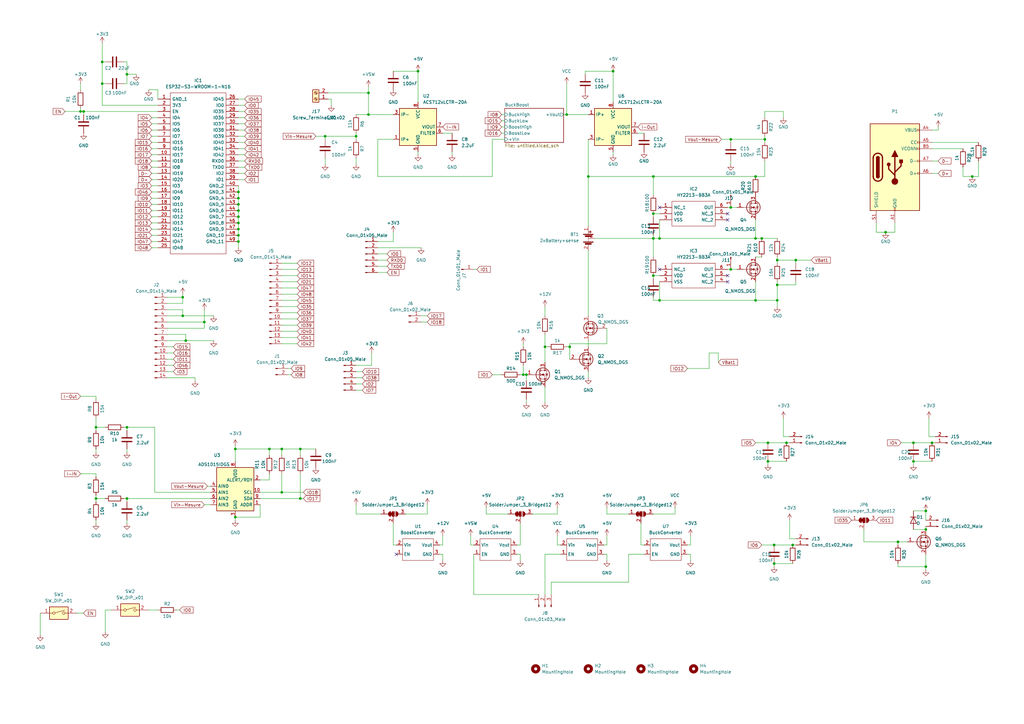
<source format=kicad_sch>
(kicad_sch (version 20211123) (generator eeschema)
  (paper "A3")
  (junction (at 251.46 29.21))
  (junction (at 52.07 175.26))
  (junction (at 74.93 121.92))
  (junction (at 317.5 223.52))
  (junction (at 133.35 55.88))
  (junction (at 223.52 142.24))
  (junction (at 97.79 78.74))
  (junction (at 299.72 57.15))
  (junction (at 52.07 204.47))
  (junction (at 96.52 212.09))
  (junction (at 299.72 85.09))
  (junction (at 83.82 132.08))
  (junction (at 97.79 93.98))
  (junction (at 312.42 97.79))
  (junction (at 314.96 189.23))
  (junction (at 123.19 204.47))
  (junction (at 151.13 46.99))
  (junction (at 110.49 184.15))
  (junction (at 318.77 106.68))
  (junction (at 232.41 46.99))
  (junction (at 379.73 217.17))
  (junction (at 96.52 184.15))
  (junction (at 123.19 184.15))
  (junction (at 322.58 181.61))
  (junction (at 214.63 153.67))
  (junction (at 379.73 209.55))
  (junction (at 270.51 123.19))
  (junction (at 374.65 189.23))
  (junction (at 325.12 223.52))
  (junction (at 115.57 201.93))
  (junction (at 41.91 34.29))
  (junction (at 97.79 99.06))
  (junction (at 382.27 181.61))
  (junction (at 115.57 184.15))
  (junction (at 309.88 72.39))
  (junction (at 313.69 57.15))
  (junction (at 363.22 95.25))
  (junction (at 267.97 87.63))
  (junction (at 267.97 72.39))
  (junction (at 267.97 97.79))
  (junction (at 39.37 175.26))
  (junction (at 215.9 153.67))
  (junction (at 146.05 55.88))
  (junction (at 309.88 97.79))
  (junction (at 52.07 30.48))
  (junction (at 74.93 129.54))
  (junction (at 326.39 106.68))
  (junction (at 97.79 88.9))
  (junction (at 309.88 123.19))
  (junction (at 97.79 86.36))
  (junction (at 398.78 72.39))
  (junction (at 39.37 204.47))
  (junction (at 317.5 231.14))
  (junction (at 374.65 181.61))
  (junction (at 97.79 91.44))
  (junction (at 233.68 142.24))
  (junction (at 270.51 97.79))
  (junction (at 76.2 139.7))
  (junction (at 41.91 25.4))
  (junction (at 267.97 113.03))
  (junction (at 318.77 123.19))
  (junction (at 241.3 72.39))
  (junction (at 379.73 232.41))
  (junction (at 151.13 38.1))
  (junction (at 368.3 222.25))
  (junction (at 299.72 110.49))
  (junction (at 318.77 116.84))
  (junction (at 97.79 83.82))
  (junction (at 314.96 181.61))
  (junction (at 97.79 81.28))
  (junction (at 34.29 45.72))
  (junction (at 171.45 29.21))
  (junction (at 97.79 96.52))
  (junction (at 33.02 45.72))
  (no_connect (at 270.51 110.49))
  (no_connect (at 298.45 115.57))
  (no_connect (at 162.56 227.33))
  (no_connect (at 298.45 113.03))
  (no_connect (at 270.51 85.09))
  (no_connect (at 298.45 90.17))
  (no_connect (at 298.45 87.63))
  (wire (pts (xy 270.51 123.19) (xy 309.88 123.19)))
  (wire (pts (xy 379.73 217.17) (xy 379.73 215.9)))
  (wire (pts (xy 199.39 210.82) (xy 208.28 210.82)))
  (wire (pts (xy 121.92 115.57) (xy 115.57 115.57)))
  (wire (pts (xy 62.23 48.26) (xy 64.77 48.26)))
  (wire (pts (xy 39.37 185.42) (xy 39.37 184.15)))
  (wire (pts (xy 34.29 45.72) (xy 64.77 45.72)))
  (wire (pts (xy 317.5 223.52) (xy 325.12 223.52)))
  (wire (pts (xy 326.39 106.68) (xy 332.74 106.68)))
  (wire (pts (xy 267.97 96.52) (xy 267.97 97.79)))
  (wire (pts (xy 16.51 251.46) (xy 16.51 260.35)))
  (wire (pts (xy 39.37 175.26) (xy 39.37 176.53)))
  (wire (pts (xy 248.92 210.82) (xy 257.81 210.82)))
  (wire (pts (xy 312.42 105.41) (xy 309.88 105.41)))
  (wire (pts (xy 261.62 54.61) (xy 264.16 54.61)))
  (wire (pts (xy 241.3 102.87) (xy 241.3 129.54)))
  (wire (pts (xy 267.97 113.03) (xy 270.51 113.03)))
  (wire (pts (xy 68.58 147.32) (xy 71.12 147.32)))
  (wire (pts (xy 100.33 40.64) (xy 97.79 40.64)))
  (wire (pts (xy 294.64 144.78) (xy 294.64 148.59)))
  (wire (pts (xy 121.92 130.81) (xy 115.57 130.81)))
  (wire (pts (xy 86.36 201.93) (xy 63.5 201.93)))
  (wire (pts (xy 41.91 34.29) (xy 41.91 43.18)))
  (wire (pts (xy 247.65 227.33) (xy 248.92 227.33)))
  (wire (pts (xy 267.97 97.79) (xy 270.51 97.79)))
  (wire (pts (xy 367.03 91.44) (xy 367.03 95.25)))
  (wire (pts (xy 52.07 175.26) (xy 63.5 175.26)))
  (wire (pts (xy 97.79 96.52) (xy 97.79 99.06)))
  (wire (pts (xy 62.23 86.36) (xy 64.77 86.36)))
  (wire (pts (xy 100.33 48.26) (xy 97.79 48.26)))
  (wire (pts (xy 80.01 154.94) (xy 68.58 154.94)))
  (wire (pts (xy 228.6 210.82) (xy 218.44 210.82)))
  (wire (pts (xy 267.97 123.19) (xy 270.51 123.19)))
  (wire (pts (xy 62.23 53.34) (xy 64.77 53.34)))
  (wire (pts (xy 110.49 184.15) (xy 110.49 186.69)))
  (wire (pts (xy 205.74 46.99) (xy 207.01 46.99)))
  (wire (pts (xy 39.37 204.47) (xy 43.18 204.47)))
  (wire (pts (xy 74.93 127) (xy 74.93 129.54)))
  (wire (pts (xy 233.68 140.97) (xy 248.92 140.97)))
  (wire (pts (xy 118.11 153.67) (xy 119.38 153.67)))
  (wire (pts (xy 321.31 171.45) (xy 321.31 179.07)))
  (wire (pts (xy 133.35 55.88) (xy 146.05 55.88)))
  (wire (pts (xy 354.33 222.25) (xy 368.3 222.25)))
  (wire (pts (xy 181.61 54.61) (xy 185.42 54.61)))
  (wire (pts (xy 309.88 181.61) (xy 314.96 181.61)))
  (wire (pts (xy 161.29 57.15) (xy 154.94 57.15)))
  (wire (pts (xy 50.8 175.26) (xy 52.07 175.26)))
  (wire (pts (xy 394.97 72.39) (xy 394.97 68.58)))
  (wire (pts (xy 96.52 189.23) (xy 96.52 184.15)))
  (wire (pts (xy 121.92 120.65) (xy 115.57 120.65)))
  (wire (pts (xy 381 179.07) (xy 383.54 179.07)))
  (wire (pts (xy 100.33 66.04) (xy 97.79 66.04)))
  (wire (pts (xy 212.09 223.52) (xy 213.36 223.52)))
  (wire (pts (xy 152.4 144.78) (xy 152.4 149.86)))
  (wire (pts (xy 213.36 227.33) (xy 212.09 227.33)))
  (wire (pts (xy 313.69 45.72) (xy 321.31 45.72)))
  (wire (pts (xy 151.13 38.1) (xy 151.13 46.99)))
  (wire (pts (xy 121.92 128.27) (xy 115.57 128.27)))
  (wire (pts (xy 298.45 110.49) (xy 299.72 110.49)))
  (wire (pts (xy 228.6 223.52) (xy 229.87 223.52)))
  (wire (pts (xy 123.19 194.31) (xy 123.19 204.47)))
  (wire (pts (xy 213.36 214.63) (xy 213.36 223.52)))
  (wire (pts (xy 96.52 182.88) (xy 96.52 184.15)))
  (wire (pts (xy 270.51 90.17) (xy 270.51 97.79)))
  (wire (pts (xy 31.75 251.46) (xy 34.29 251.46)))
  (wire (pts (xy 228.6 219.71) (xy 228.6 223.52)))
  (wire (pts (xy 154.94 109.22) (xy 158.75 109.22)))
  (wire (pts (xy 97.79 99.06) (xy 97.79 101.6)))
  (wire (pts (xy 123.19 184.15) (xy 123.19 186.69)))
  (wire (pts (xy 325.12 223.52) (xy 326.39 223.52)))
  (wire (pts (xy 359.41 95.25) (xy 363.22 95.25)))
  (wire (pts (xy 299.72 57.15) (xy 313.69 57.15)))
  (wire (pts (xy 121.92 123.19) (xy 115.57 123.19)))
  (wire (pts (xy 52.07 184.15) (xy 52.07 185.42)))
  (wire (pts (xy 326.39 107.95) (xy 326.39 106.68)))
  (wire (pts (xy 318.77 123.19) (xy 318.77 125.73)))
  (wire (pts (xy 97.79 78.74) (xy 97.79 81.28)))
  (wire (pts (xy 181.61 223.52) (xy 180.34 223.52)))
  (wire (pts (xy 97.79 76.2) (xy 97.79 78.74)))
  (wire (pts (xy 223.52 142.24) (xy 224.79 142.24)))
  (wire (pts (xy 276.86 208.28) (xy 276.86 210.82)))
  (wire (pts (xy 33.02 44.45) (xy 33.02 45.72)))
  (wire (pts (xy 154.94 111.76) (xy 158.75 111.76)))
  (wire (pts (xy 309.88 123.19) (xy 318.77 123.19)))
  (wire (pts (xy 43.18 250.19) (xy 45.72 250.19)))
  (wire (pts (xy 33.02 194.31) (xy 39.37 194.31)))
  (wire (pts (xy 314.96 189.23) (xy 322.58 189.23)))
  (wire (pts (xy 74.93 121.92) (xy 68.58 121.92)))
  (wire (pts (xy 318.77 106.68) (xy 318.77 107.95)))
  (wire (pts (xy 121.92 138.43) (xy 115.57 138.43)))
  (wire (pts (xy 299.72 110.49) (xy 302.26 110.49)))
  (wire (pts (xy 232.41 142.24) (xy 233.68 142.24)))
  (wire (pts (xy 97.79 86.36) (xy 97.79 88.9)))
  (wire (pts (xy 83.82 132.08) (xy 83.82 134.62)))
  (wire (pts (xy 87.63 129.54) (xy 74.93 129.54)))
  (wire (pts (xy 299.72 66.04) (xy 299.72 67.31)))
  (wire (pts (xy 85.09 199.39) (xy 86.36 199.39)))
  (wire (pts (xy 215.9 153.67) (xy 214.63 153.67)))
  (wire (pts (xy 161.29 223.52) (xy 162.56 223.52)))
  (wire (pts (xy 248.92 223.52) (xy 248.92 219.71)))
  (wire (pts (xy 276.86 210.82) (xy 267.97 210.82)))
  (wire (pts (xy 267.97 87.63) (xy 267.97 88.9)))
  (wire (pts (xy 115.57 184.15) (xy 115.57 186.69)))
  (wire (pts (xy 374.65 190.5) (xy 374.65 189.23)))
  (wire (pts (xy 374.65 181.61) (xy 382.27 181.61)))
  (wire (pts (xy 96.52 184.15) (xy 110.49 184.15)))
  (wire (pts (xy 313.69 72.39) (xy 309.88 72.39)))
  (wire (pts (xy 318.77 116.84) (xy 318.77 123.19)))
  (wire (pts (xy 290.83 151.13) (xy 290.83 144.78)))
  (wire (pts (xy 146.05 157.48) (xy 148.59 157.48)))
  (wire (pts (xy 313.69 48.26) (xy 313.69 45.72)))
  (wire (pts (xy 68.58 149.86) (xy 71.12 149.86)))
  (wire (pts (xy 267.97 72.39) (xy 267.97 80.01)))
  (wire (pts (xy 226.06 238.76) (xy 257.81 238.76)))
  (wire (pts (xy 374.65 217.17) (xy 379.73 217.17)))
  (wire (pts (xy 62.23 99.06) (xy 64.77 99.06)))
  (wire (pts (xy 326.39 116.84) (xy 318.77 116.84)))
  (wire (pts (xy 161.29 214.63) (xy 161.29 223.52)))
  (wire (pts (xy 43.18 34.29) (xy 41.91 34.29)))
  (wire (pts (xy 194.31 227.33) (xy 194.31 243.84)))
  (wire (pts (xy 313.69 66.04) (xy 313.69 72.39)))
  (wire (pts (xy 60.96 36.83) (xy 64.77 36.83)))
  (wire (pts (xy 97.79 91.44) (xy 97.79 93.98)))
  (wire (pts (xy 154.94 104.14) (xy 158.75 104.14)))
  (wire (pts (xy 374.65 209.55) (xy 379.73 209.55)))
  (wire (pts (xy 223.52 227.33) (xy 223.52 243.84)))
  (wire (pts (xy 146.05 160.02) (xy 148.59 160.02)))
  (wire (pts (xy 251.46 62.23) (xy 251.46 63.5)))
  (wire (pts (xy 313.69 57.15) (xy 313.69 58.42)))
  (wire (pts (xy 154.94 99.06) (xy 161.29 99.06)))
  (wire (pts (xy 121.92 107.95) (xy 115.57 107.95)))
  (wire (pts (xy 205.74 52.07) (xy 207.01 52.07)))
  (wire (pts (xy 62.23 66.04) (xy 64.77 66.04)))
  (wire (pts (xy 223.52 125.73) (xy 223.52 129.54)))
  (wire (pts (xy 368.3 231.14) (xy 368.3 232.41)))
  (wire (pts (xy 379.73 209.55) (xy 379.73 213.36)))
  (wire (pts (xy 299.72 85.09) (xy 302.26 85.09)))
  (wire (pts (xy 62.23 83.82) (xy 64.77 83.82)))
  (wire (pts (xy 118.11 151.13) (xy 119.38 151.13)))
  (wire (pts (xy 121.92 133.35) (xy 115.57 133.35)))
  (wire (pts (xy 134.62 38.1) (xy 151.13 38.1)))
  (wire (pts (xy 314.96 181.61) (xy 322.58 181.61)))
  (wire (pts (xy 100.33 45.72) (xy 97.79 45.72)))
  (wire (pts (xy 241.3 139.7) (xy 241.3 142.24)))
  (wire (pts (xy 223.52 142.24) (xy 223.52 148.59)))
  (wire (pts (xy 384.81 66.04) (xy 382.27 66.04)))
  (wire (pts (xy 62.23 58.42) (xy 64.77 58.42)))
  (wire (pts (xy 146.05 46.99) (xy 151.13 46.99)))
  (wire (pts (xy 39.37 194.31) (xy 39.37 195.58)))
  (wire (pts (xy 100.33 71.12) (xy 97.79 71.12)))
  (wire (pts (xy 401.32 72.39) (xy 398.78 72.39)))
  (wire (pts (xy 146.05 67.31) (xy 146.05 64.77)))
  (wire (pts (xy 299.72 57.15) (xy 299.72 58.42)))
  (wire (pts (xy 39.37 162.56) (xy 39.37 163.83)))
  (wire (pts (xy 214.63 140.97) (xy 214.63 142.24)))
  (wire (pts (xy 41.91 43.18) (xy 64.77 43.18)))
  (wire (pts (xy 121.92 140.97) (xy 115.57 140.97)))
  (wire (pts (xy 151.13 35.56) (xy 151.13 38.1)))
  (wire (pts (xy 134.62 40.64) (xy 135.89 40.64)))
  (wire (pts (xy 135.89 40.64) (xy 135.89 43.18)))
  (wire (pts (xy 154.94 101.6) (xy 172.72 101.6)))
  (wire (pts (xy 83.82 207.01) (xy 86.36 207.01)))
  (wire (pts (xy 213.36 229.87) (xy 213.36 227.33)))
  (wire (pts (xy 121.92 135.89) (xy 115.57 135.89)))
  (wire (pts (xy 62.23 63.5) (xy 64.77 63.5)))
  (wire (pts (xy 52.07 175.26) (xy 52.07 176.53)))
  (wire (pts (xy 62.23 76.2) (xy 64.77 76.2)))
  (wire (pts (xy 228.6 208.28) (xy 228.6 210.82)))
  (wire (pts (xy 323.85 213.36) (xy 323.85 220.98)))
  (wire (pts (xy 68.58 124.46) (xy 74.93 124.46)))
  (wire (pts (xy 146.05 154.94) (xy 148.59 154.94)))
  (wire (pts (xy 262.89 214.63) (xy 262.89 223.52)))
  (wire (pts (xy 382.27 181.61) (xy 383.54 181.61)))
  (wire (pts (xy 68.58 137.16) (xy 76.2 137.16)))
  (wire (pts (xy 52.07 204.47) (xy 86.36 204.47)))
  (wire (pts (xy 312.42 97.79) (xy 309.88 97.79)))
  (wire (pts (xy 369.57 181.61) (xy 374.65 181.61)))
  (wire (pts (xy 257.81 227.33) (xy 257.81 238.76)))
  (wire (pts (xy 68.58 142.24) (xy 71.12 142.24)))
  (wire (pts (xy 194.31 223.52) (xy 193.04 223.52)))
  (wire (pts (xy 401.32 66.04) (xy 401.32 72.39)))
  (wire (pts (xy 312.42 223.52) (xy 317.5 223.52)))
  (wire (pts (xy 151.13 46.99) (xy 161.29 46.99)))
  (wire (pts (xy 267.97 97.79) (xy 267.97 105.41)))
  (wire (pts (xy 115.57 201.93) (xy 124.46 201.93)))
  (wire (pts (xy 381 171.45) (xy 381 179.07)))
  (wire (pts (xy 194.31 243.84) (xy 220.98 243.84)))
  (wire (pts (xy 39.37 175.26) (xy 43.18 175.26)))
  (wire (pts (xy 83.82 134.62) (xy 68.58 134.62)))
  (wire (pts (xy 146.05 210.82) (xy 146.05 207.01)))
  (wire (pts (xy 100.33 55.88) (xy 97.79 55.88)))
  (wire (pts (xy 72.39 250.19) (xy 73.66 250.19)))
  (wire (pts (xy 76.2 137.16) (xy 76.2 139.7)))
  (wire (pts (xy 201.93 72.39) (xy 201.93 57.15)))
  (wire (pts (xy 62.23 88.9) (xy 64.77 88.9)))
  (wire (pts (xy 223.52 227.33) (xy 229.87 227.33)))
  (wire (pts (xy 313.69 55.88) (xy 313.69 57.15)))
  (wire (pts (xy 181.61 219.71) (xy 181.61 223.52)))
  (wire (pts (xy 180.34 227.33) (xy 181.61 227.33)))
  (wire (pts (xy 181.61 227.33) (xy 181.61 229.87)))
  (wire (pts (xy 80.01 156.21) (xy 80.01 154.94)))
  (wire (pts (xy 39.37 171.45) (xy 39.37 175.26)))
  (wire (pts (xy 161.29 29.21) (xy 171.45 29.21)))
  (wire (pts (xy 97.79 93.98) (xy 97.79 96.52)))
  (wire (pts (xy 52.07 204.47) (xy 52.07 205.74)))
  (wire (pts (xy 267.97 87.63) (xy 270.51 87.63)))
  (wire (pts (xy 62.23 81.28) (xy 64.77 81.28)))
  (wire (pts (xy 201.93 57.15) (xy 207.01 57.15)))
  (wire (pts (xy 52.07 30.48) (xy 52.07 34.29)))
  (wire (pts (xy 233.68 142.24) (xy 233.68 140.97)))
  (wire (pts (xy 129.54 55.88) (xy 133.35 55.88)))
  (wire (pts (xy 251.46 29.21) (xy 240.03 29.21)))
  (wire (pts (xy 326.39 115.57) (xy 326.39 116.84)))
  (wire (pts (xy 314.96 190.5) (xy 314.96 189.23)))
  (wire (pts (xy 34.29 46.99) (xy 34.29 45.72)))
  (wire (pts (xy 223.52 158.75) (xy 223.52 165.1)))
  (wire (pts (xy 62.23 91.44) (xy 64.77 91.44)))
  (wire (pts (xy 171.45 29.21) (xy 171.45 41.91)))
  (wire (pts (xy 62.23 71.12) (xy 64.77 71.12)))
  (wire (pts (xy 152.4 149.86) (xy 146.05 149.86)))
  (wire (pts (xy 43.18 250.19) (xy 43.18 259.08)))
  (wire (pts (xy 106.68 212.09) (xy 106.68 207.01)))
  (wire (pts (xy 64.77 36.83) (xy 64.77 40.64)))
  (wire (pts (xy 50.8 25.4) (xy 52.07 25.4)))
  (wire (pts (xy 193.04 219.71) (xy 193.04 223.52)))
  (wire (pts (xy 283.21 227.33) (xy 281.94 227.33)))
  (wire (pts (xy 76.2 139.7) (xy 87.63 139.7)))
  (wire (pts (xy 201.93 153.67) (xy 205.74 153.67)))
  (wire (pts (xy 161.29 99.06) (xy 161.29 95.25)))
  (wire (pts (xy 262.89 223.52) (xy 264.16 223.52)))
  (wire (pts (xy 318.77 105.41) (xy 318.77 106.68)))
  (wire (pts (xy 39.37 203.2) (xy 39.37 204.47)))
  (wire (pts (xy 68.58 152.4) (xy 71.12 152.4)))
  (wire (pts (xy 281.94 223.52) (xy 283.21 223.52)))
  (wire (pts (xy 154.94 57.15) (xy 154.94 72.39)))
  (wire (pts (xy 62.23 55.88) (xy 64.77 55.88)))
  (wire (pts (xy 247.65 223.52) (xy 248.92 223.52)))
  (wire (pts (xy 368.3 232.41) (xy 379.73 232.41)))
  (wire (pts (xy 359.41 91.44) (xy 359.41 95.25)))
  (wire (pts (xy 226.06 238.76) (xy 226.06 243.84)))
  (wire (pts (xy 270.51 115.57) (xy 270.51 123.19)))
  (wire (pts (xy 97.79 81.28) (xy 97.79 83.82)))
  (wire (pts (xy 398.78 72.39) (xy 394.97 72.39)))
  (wire (pts (xy 267.97 121.92) (xy 267.97 123.19)))
  (wire (pts (xy 52.07 30.48) (xy 55.88 30.48)))
  (wire (pts (xy 298.45 85.09) (xy 299.72 85.09)))
  (wire (pts (xy 283.21 223.52) (xy 283.21 219.71)))
  (wire (pts (xy 154.94 72.39) (xy 201.93 72.39)))
  (wire (pts (xy 171.45 63.5) (xy 171.45 62.23)))
  (wire (pts (xy 121.92 113.03) (xy 115.57 113.03)))
  (wire (pts (xy 309.88 115.57) (xy 309.88 123.19)))
  (wire (pts (xy 68.58 139.7) (xy 76.2 139.7)))
  (wire (pts (xy 175.26 210.82) (xy 166.37 210.82)))
  (wire (pts (xy 50.8 204.47) (xy 52.07 204.47)))
  (wire (pts (xy 100.33 60.96) (xy 97.79 60.96)))
  (wire (pts (xy 62.23 96.52) (xy 64.77 96.52)))
  (wire (pts (xy 123.19 204.47) (xy 106.68 204.47)))
  (wire (pts (xy 323.85 220.98) (xy 326.39 220.98)))
  (wire (pts (xy 267.97 113.03) (xy 267.97 114.3)))
  (wire (pts (xy 115.57 184.15) (xy 123.19 184.15)))
  (wire (pts (xy 115.57 194.31) (xy 115.57 201.93)))
  (wire (pts (xy 367.03 95.25) (xy 363.22 95.25)))
  (wire (pts (xy 270.51 97.79) (xy 309.88 97.79)))
  (wire (pts (xy 41.91 17.78) (xy 41.91 25.4)))
  (wire (pts (xy 317.5 232.41) (xy 317.5 231.14)))
  (wire (pts (xy 321.31 179.07) (xy 323.85 179.07)))
  (wire (pts (xy 309.88 90.17) (xy 309.88 97.79)))
  (wire (pts (xy 68.58 132.08) (xy 83.82 132.08)))
  (wire (pts (xy 62.23 101.6) (xy 64.77 101.6)))
  (wire (pts (xy 74.93 121.92) (xy 74.93 124.46)))
  (wire (pts (xy 100.33 43.18) (xy 97.79 43.18)))
  (wire (pts (xy 213.36 153.67) (xy 214.63 153.67)))
  (wire (pts (xy 321.31 45.72) (xy 321.31 48.26)))
  (wire (pts (xy 146.05 55.88) (xy 146.05 57.15)))
  (wire (pts (xy 309.88 72.39) (xy 267.97 72.39)))
  (wire (pts (xy 96.52 212.09) (xy 106.68 212.09)))
  (wire (pts (xy 100.33 68.58) (xy 97.79 68.58)))
  (wire (pts (xy 232.41 34.29) (xy 232.41 46.99)))
  (wire (pts (xy 295.91 57.15) (xy 299.72 57.15)))
  (wire (pts (xy 379.73 227.33) (xy 379.73 232.41)))
  (wire (pts (xy 382.27 58.42) (xy 401.32 58.42)))
  (wire (pts (xy 121.92 118.11) (xy 115.57 118.11)))
  (wire (pts (xy 248.92 208.28) (xy 248.92 210.82)))
  (wire (pts (xy 322.58 181.61) (xy 323.85 181.61)))
  (wire (pts (xy 74.93 120.65) (xy 74.93 121.92)))
  (wire (pts (xy 62.23 73.66) (xy 64.77 73.66)))
  (wire (pts (xy 96.52 213.36) (xy 96.52 212.09)))
  (wire (pts (xy 60.96 250.19) (xy 64.77 250.19)))
  (wire (pts (xy 123.19 184.15) (xy 129.54 184.15)))
  (wire (pts (xy 39.37 214.63) (xy 39.37 213.36)))
  (wire (pts (xy 205.74 54.61) (xy 207.01 54.61)))
  (wire (pts (xy 382.27 60.96) (xy 394.97 60.96)))
  (wire (pts (xy 368.3 222.25) (xy 372.11 222.25)))
  (wire (pts (xy 123.19 204.47) (xy 124.46 204.47)))
  (wire (pts (xy 62.23 50.8) (xy 64.77 50.8)))
  (wire (pts (xy 175.26 132.08) (xy 172.72 132.08)))
  (wire (pts (xy 41.91 25.4) (xy 41.91 34.29)))
  (wire (pts (xy 154.94 106.68) (xy 158.75 106.68)))
  (wire (pts (xy 248.92 134.62) (xy 248.92 140.97)))
  (wire (pts (xy 318.77 106.68) (xy 326.39 106.68)))
  (wire (pts (xy 83.82 127) (xy 83.82 132.08)))
  (wire (pts (xy 146.05 210.82) (xy 156.21 210.82)))
  (wire (pts (xy 233.68 147.32) (xy 233.68 142.24)))
  (wire (pts (xy 264.16 227.33) (xy 257.81 227.33)))
  (wire (pts (xy 133.35 57.15) (xy 133.35 55.88)))
  (wire (pts (xy 121.92 125.73) (xy 115.57 125.73)))
  (wire (pts (xy 251.46 29.21) (xy 251.46 41.91)))
  (wire (pts (xy 100.33 53.34) (xy 97.79 53.34)))
  (wire (pts (xy 115.57 201.93) (xy 106.68 201.93)))
  (wire (pts (xy 290.83 144.78) (xy 294.64 144.78)))
  (wire (pts (xy 214.63 153.67) (xy 214.63 149.86)))
  (wire (pts (xy 62.23 60.96) (xy 64.77 60.96)))
  (wire (pts (xy 318.77 115.57) (xy 318.77 116.84)))
  (wire (pts (xy 52.07 213.36) (xy 52.07 214.63)))
  (wire (pts (xy 317.5 231.14) (xy 325.12 231.14)))
  (wire (pts (xy 63.5 175.26) (xy 63.5 201.93)))
  (wire (pts (xy 379.73 232.41) (xy 379.73 233.68)))
  (wire (pts (xy 241.3 72.39) (xy 267.97 72.39)))
  (wire (pts (xy 374.65 189.23) (xy 382.27 189.23)))
  (wire (pts (xy 100.33 63.5) (xy 97.79 63.5)))
  (wire (pts (xy 62.23 78.74) (xy 64.77 78.74)))
  (wire (pts (xy 52.07 25.4) (xy 52.07 30.48)))
  (wire (pts (xy 110.49 196.85) (xy 106.68 196.85)))
  (wire (pts (xy 100.33 50.8) (xy 97.79 50.8)))
  (wire (pts (xy 175.26 129.54) (xy 172.72 129.54)))
  (wire (pts (xy 33.02 162.56) (xy 39.37 162.56)))
  (wire (pts (xy 215.9 156.21) (xy 215.9 153.67)))
  (wire (pts (xy 354.33 217.17) (xy 354.33 222.25)))
  (wire (pts (xy 39.37 204.47) (xy 39.37 205.74)))
  (wire (pts (xy 100.33 73.66) (xy 97.79 73.66)))
  (wire (pts (xy 240.03 29.21) (xy 240.03 30.48)))
  (wire (pts (xy 185.42 63.5) (xy 185.42 62.23)))
  (wire (pts (xy 62.23 93.98) (xy 64.77 93.98)))
  (wire (pts (xy 62.23 68.58) (xy 64.77 68.58)))
  (wire (pts (xy 384.81 52.07) (xy 384.81 53.34)))
  (wire (pts (xy 100.33 58.42) (xy 97.79 58.42)))
  (wire (pts (xy 281.94 151.13) (xy 290.83 151.13)))
  (wire (pts (xy 283.21 229.87) (xy 283.21 227.33)))
  (wire (pts (xy 68.58 127) (xy 74.93 127)))
  (wire (pts (xy 243.84 97.79) (xy 267.97 97.79)))
  (wire (pts (xy 146.05 152.4) (xy 148.59 152.4)))
  (wire (pts (xy 195.58 110.49) (xy 194.31 110.49)))
  (wire (pts (xy 384.81 53.34) (xy 382.27 53.34)))
  (wire (pts (xy 175.26 207.01) (xy 175.26 210.82)))
  (wire (pts (xy 223.52 137.16) (xy 223.52 142.24)))
  (wire (pts (xy 231.14 46.99) (xy 232.41 46.99)))
  (wire (pts (xy 110.49 184.15) (xy 115.57 184.15)))
  (wire (pts (xy 241.3 154.94) (xy 241.3 152.4)))
  (wire (pts (xy 215.9 163.83) (xy 215.9 165.1)))
  (wire (pts (xy 33.02 45.72) (xy 34.29 45.72)))
  (wire (pts (xy 205.74 49.53) (xy 207.01 49.53)))
  (wire (pts (xy 97.79 88.9) (xy 97.79 91.44)))
  (wire (pts (xy 384.81 71.12) (xy 382.27 71.12)))
  (wire (pts (xy 33.02 34.29) (xy 33.02 36.83)))
  (wire (pts (xy 248.92 227.33) (xy 248.92 229.87)))
  (wire (pts (xy 52.07 34.29) (xy 50.8 34.29)))
  (wire (pts (xy 121.92 110.49) (xy 115.57 110.49)))
  (wire (pts (xy 68.58 144.78) (xy 71.12 144.78)))
  (wire (pts (xy 133.35 64.77) (xy 133.35 67.31)))
  (wire (pts (xy 312.42 97.79) (xy 318.77 97.79)))
  (wire (pts (xy 110.49 194.31) (xy 110.49 196.85)))
  (wire (pts (xy 368.3 222.25) (xy 368.3 223.52)))
  (wire (pts (xy 241.3 57.15) (xy 241.3 72.39)))
  (wire (pts (xy 43.18 25.4) (xy 41.91 25.4)))
  (wire (pts (xy 241.3 72.39) (xy 241.3 92.71)))
  (wire (pts (xy 26.67 45.72) (xy 33.02 45.72)))
  (wire (pts (xy 232.41 46.99) (xy 241.3 46.99)))
  (wire (pts (xy 97.79 83.82) (xy 97.79 86.36)))
  (wire (pts (xy 199.39 208.28) (xy 199.39 210.82)))
  (wire (pts (xy 74.93 129.54) (xy 68.58 129.54)))
  (wire (pts (xy 146.05 54.61) (xy 146.05 55.88)))
  (global_label "RXD0" (shape input) (at 158.75 106.68 0) (property "Intersheet References" "${INTERSHEET_REFS}" (effects hide)))
  (global_label "IO18" (shape input) (at 124.46 201.93 0) (property "Intersheet References" "${INTERSHEET_REFS}" (effects hide)))
  (global_label "IO1" (shape input) (at 100.33 73.66 0) (property "Intersheet References" "${INTERSHEET_REFS}" (effects hide)))
  (global_label "EN" (shape input) (at 34.29 251.46 0) (property "Intersheet References" "${INTERSHEET_REFS}" (effects hide)))
  (global_label "IO9" (shape input) (at 62.23 81.28 180) (property "Intersheet References" "${INTERSHEET_REFS}" (effects hide)))
  (global_label "IO0" (shape input) (at 158.75 104.14 0) (property "Intersheet References" "${INTERSHEET_REFS}" (effects hide)))
  (global_label "IO15" (shape input) (at 62.23 58.42 180) (property "Intersheet References" "${INTERSHEET_REFS}" (effects hide)))
  (global_label "IO0" (shape input) (at 100.33 43.18 0) (property "Intersheet References" "${INTERSHEET_REFS}" (effects hide)))
  (global_label "IO11" (shape input) (at 359.41 213.36 0) (property "Intersheet References" "${INTERSHEET_REFS}" (effects hide)))
  (global_label "IO1" (shape input) (at 201.93 153.67 180) (property "Intersheet References" "${INTERSHEET_REFS}" (effects hide)))
  (global_label "IO7" (shape input) (at 148.59 160.02 0) (property "Intersheet References" "${INTERSHEET_REFS}" (effects hide)))
  (global_label "Vout-Mesure" (shape input) (at 295.91 57.15 180) (property "Intersheet References" "${INTERSHEET_REFS}" (effects hide)))
  (global_label "IO47" (shape input) (at 121.92 118.11 0) (property "Intersheet References" "${INTERSHEET_REFS}" (effects hide)))
  (global_label "I-Out" (shape input) (at 33.02 162.56 180) (property "Intersheet References" "${INTERSHEET_REFS}" (effects hide)))
  (global_label "IO39" (shape input) (at 121.92 133.35 0) (property "Intersheet References" "${INTERSHEET_REFS}" (effects hide)))
  (global_label "IO4" (shape input) (at 369.57 181.61 180) (property "Intersheet References" "${INTERSHEET_REFS}" (effects hide)))
  (global_label "IO42" (shape input) (at 121.92 140.97 0) (property "Intersheet References" "${INTERSHEET_REFS}" (effects hide)))
  (global_label "D+" (shape input) (at 384.81 71.12 0) (property "Intersheet References" "${INTERSHEET_REFS}" (effects hide)))
  (global_label "IO37" (shape input) (at 100.33 50.8 0) (property "Intersheet References" "${INTERSHEET_REFS}" (effects hide)))
  (global_label "IO21" (shape input) (at 62.23 96.52 180) (property "Intersheet References" "${INTERSHEET_REFS}" (effects hide)))
  (global_label "EN" (shape input) (at 26.67 45.72 180) (property "Intersheet References" "${INTERSHEET_REFS}" (effects hide)))
  (global_label "IO48" (shape input) (at 121.92 120.65 0) (property "Intersheet References" "${INTERSHEET_REFS}" (effects hide)))
  (global_label "D+" (shape input) (at 62.23 73.66 180) (property "Intersheet References" "${INTERSHEET_REFS}" (effects hide)))
  (global_label "IO6" (shape input) (at 62.23 53.34 180) (property "Intersheet References" "${INTERSHEET_REFS}" (effects hide)))
  (global_label "IO2" (shape input) (at 100.33 71.12 0) (property "Intersheet References" "${INTERSHEET_REFS}" (effects hide)))
  (global_label "IO7" (shape input) (at 62.23 55.88 180) (property "Intersheet References" "${INTERSHEET_REFS}" (effects hide)))
  (global_label "IO14" (shape input) (at 62.23 93.98 180) (property "Intersheet References" "${INTERSHEET_REFS}" (effects hide)))
  (global_label "IO3" (shape input) (at 62.23 76.2 180) (property "Intersheet References" "${INTERSHEET_REFS}" (effects hide)))
  (global_label "IO46" (shape input) (at 71.12 149.86 0) (property "Intersheet References" "${INTERSHEET_REFS}" (effects hide)))
  (global_label "Vin-Mesure" (shape input) (at 129.54 55.88 180) (property "Intersheet References" "${INTERSHEET_REFS}" (effects hide)))
  (global_label "IO38" (shape input) (at 148.59 154.94 0) (property "Intersheet References" "${INTERSHEET_REFS}" (effects hide)))
  (global_label "IO1" (shape input) (at 195.58 110.49 0) (property "Intersheet References" "${INTERSHEET_REFS}" (effects hide)))
  (global_label "IO14" (shape input) (at 121.92 113.03 0) (property "Intersheet References" "${INTERSHEET_REFS}" (effects hide)))
  (global_label "IO15" (shape input) (at 71.12 142.24 0) (property "Intersheet References" "${INTERSHEET_REFS}" (effects hide)))
  (global_label "IO38" (shape input) (at 100.33 53.34 0) (property "Intersheet References" "${INTERSHEET_REFS}" (effects hide)))
  (global_label "IO36" (shape input) (at 121.92 128.27 0) (property "Intersheet References" "${INTERSHEET_REFS}" (effects hide)))
  (global_label "IO17" (shape input) (at 124.46 204.47 0) (property "Intersheet References" "${INTERSHEET_REFS}" (effects hide)))
  (global_label "IO41" (shape input) (at 121.92 138.43 0) (property "Intersheet References" "${INTERSHEET_REFS}" (effects hide)))
  (global_label "IO8" (shape input) (at 62.23 68.58 180) (property "Intersheet References" "${INTERSHEET_REFS}" (effects hide)))
  (global_label "IO48" (shape input) (at 62.23 101.6 180) (property "Intersheet References" "${INTERSHEET_REFS}" (effects hide)))
  (global_label "IO2" (shape input) (at 148.59 157.48 0) (property "Intersheet References" "${INTERSHEET_REFS}" (effects hide)))
  (global_label "IO35" (shape input) (at 349.25 213.36 180) (property "Intersheet References" "${INTERSHEET_REFS}" (effects hide)))
  (global_label "IO42" (shape input) (at 100.33 63.5 0) (property "Intersheet References" "${INTERSHEET_REFS}" (effects hide)))
  (global_label "I-Out" (shape input) (at 261.62 52.07 0) (property "Intersheet References" "${INTERSHEET_REFS}" (effects hide)))
  (global_label "IO4" (shape input) (at 62.23 48.26 180) (property "Intersheet References" "${INTERSHEET_REFS}" (effects hide)))
  (global_label "TXD0" (shape input) (at 100.33 68.58 0) (property "Intersheet References" "${INTERSHEET_REFS}" (effects hide)))
  (global_label "VBat1" (shape input) (at 332.74 106.68 0) (property "Intersheet References" "${INTERSHEET_REFS}" (effects hide)))
  (global_label "Vout-Mesure" (shape input) (at 85.09 199.39 180) (property "Intersheet References" "${INTERSHEET_REFS}" (effects hide)))
  (global_label "IO11" (shape input) (at 71.12 147.32 0) (property "Intersheet References" "${INTERSHEET_REFS}" (effects hide)))
  (global_label "IO40" (shape input) (at 121.92 135.89 0) (property "Intersheet References" "${INTERSHEET_REFS}" (effects hide)))
  (global_label "IO5" (shape input) (at 62.23 50.8 180) (property "Intersheet References" "${INTERSHEET_REFS}" (effects hide)))
  (global_label "IO11" (shape input) (at 62.23 86.36 180) (property "Intersheet References" "${INTERSHEET_REFS}" (effects hide)))
  (global_label "VBat1" (shape input) (at 294.64 148.59 0) (property "Intersheet References" "${INTERSHEET_REFS}" (effects hide)))
  (global_label "IO8" (shape input) (at 205.74 46.99 180) (property "Intersheet References" "${INTERSHEET_REFS}" (effects hide)))
  (global_label "IO8" (shape input) (at 119.38 153.67 0) (property "Intersheet References" "${INTERSHEET_REFS}" (effects hide)))
  (global_label "I-IN" (shape input) (at 181.61 52.07 0) (property "Intersheet References" "${INTERSHEET_REFS}" (effects hide)))
  (global_label "D-" (shape input) (at 384.81 66.04 0) (property "Intersheet References" "${INTERSHEET_REFS}" (effects hide)))
  (global_label "IO12" (shape input) (at 62.23 88.9 180) (property "Intersheet References" "${INTERSHEET_REFS}" (effects hide)))
  (global_label "IO9" (shape input) (at 119.38 151.13 0) (property "Intersheet References" "${INTERSHEET_REFS}" (effects hide)))
  (global_label "IO45" (shape input) (at 100.33 40.64 0) (property "Intersheet References" "${INTERSHEET_REFS}" (effects hide)))
  (global_label "IO12" (shape input) (at 121.92 107.95 0) (property "Intersheet References" "${INTERSHEET_REFS}" (effects hide)))
  (global_label "Vin-Mesure" (shape input) (at 83.82 207.01 180) (property "Intersheet References" "${INTERSHEET_REFS}" (effects hide)))
  (global_label "IO18" (shape input) (at 175.26 132.08 0) (property "Intersheet References" "${INTERSHEET_REFS}" (effects hide)))
  (global_label "RXD0" (shape input) (at 100.33 66.04 0) (property "Intersheet References" "${INTERSHEET_REFS}" (effects hide)))
  (global_label "IO12" (shape input) (at 281.94 151.13 180) (property "Intersheet References" "${INTERSHEET_REFS}" (effects hide)))
  (global_label "IO17" (shape input) (at 175.26 129.54 0) (property "Intersheet References" "${INTERSHEET_REFS}" (effects hide)))
  (global_label "IO10" (shape input) (at 62.23 83.82 180) (property "Intersheet References" "${INTERSHEET_REFS}" (effects hide)))
  (global_label "IO17" (shape input) (at 62.23 63.5 180) (property "Intersheet References" "${INTERSHEET_REFS}" (effects hide)))
  (global_label "IO35" (shape input) (at 121.92 125.73 0) (property "Intersheet References" "${INTERSHEET_REFS}" (effects hide)))
  (global_label "IO5" (shape input) (at 309.88 181.61 180) (property "Intersheet References" "${INTERSHEET_REFS}" (effects hide)))
  (global_label "IO21" (shape input) (at 121.92 115.57 0) (property "Intersheet References" "${INTERSHEET_REFS}" (effects hide)))
  (global_label "IO15" (shape input) (at 205.74 49.53 180) (property "Intersheet References" "${INTERSHEET_REFS}" (effects hide)))
  (global_label "IO37" (shape input) (at 121.92 130.81 0) (property "Intersheet References" "${INTERSHEET_REFS}" (effects hide)))
  (global_label "IO13" (shape input) (at 121.92 110.49 0) (property "Intersheet References" "${INTERSHEET_REFS}" (effects hide)))
  (global_label "EN" (shape input) (at 158.75 111.76 0) (property "Intersheet References" "${INTERSHEET_REFS}" (effects hide)))
  (global_label "IO45" (shape input) (at 121.92 123.19 0) (property "Intersheet References" "${INTERSHEET_REFS}" (effects hide)))
  (global_label "IO40" (shape input) (at 100.33 58.42 0) (property "Intersheet References" "${INTERSHEET_REFS}" (effects hide)))
  (global_label "IO13" (shape input) (at 62.23 91.44 180) (property "Intersheet References" "${INTERSHEET_REFS}" (effects hide)))
  (global_label "IO9" (shape input) (at 205.74 52.07 180) (property "Intersheet References" "${INTERSHEET_REFS}" (effects hide)))
  (global_label "IO16" (shape input) (at 71.12 144.78 0) (property "Intersheet References" "${INTERSHEET_REFS}" (effects hide)))
  (global_label "IO0" (shape input) (at 73.66 250.19 0) (property "Intersheet References" "${INTERSHEET_REFS}" (effects hide)))
  (global_label "IO3" (shape input) (at 71.12 152.4 0) (property "Intersheet References" "${INTERSHEET_REFS}" (effects hide)))
  (global_label "IO41" (shape input) (at 100.33 60.96 0) (property "Intersheet References" "${INTERSHEET_REFS}" (effects hide)))
  (global_label "IO35" (shape input) (at 100.33 45.72 0) (property "Intersheet References" "${INTERSHEET_REFS}" (effects hide)))
  (global_label "IO10" (shape input) (at 148.59 152.4 0) (property "Intersheet References" "${INTERSHEET_REFS}" (effects hide)))
  (global_label "I-IN" (shape input) (at 33.02 194.31 180) (property "Intersheet References" "${INTERSHEET_REFS}" (effects hide)))
  (global_label "IO16" (shape input) (at 205.74 54.61 180) (property "Intersheet References" "${INTERSHEET_REFS}" (effects hide)))
  (global_label "IO18" (shape input) (at 62.23 66.04 180) (property "Intersheet References" "${INTERSHEET_REFS}" (effects hide)))
  (global_label "IO47" (shape input) (at 62.23 99.06 180) (property "Intersheet References" "${INTERSHEET_REFS}" (effects hide)))
  (global_label "IO39" (shape input) (at 100.33 55.88 0) (property "Intersheet References" "${INTERSHEET_REFS}" (effects hide)))
  (global_label "D-" (shape input) (at 62.23 71.12 180) (property "Intersheet References" "${INTERSHEET_REFS}" (effects hide)))
  (global_label "IO46" (shape input) (at 62.23 78.74 180) (property "Intersheet References" "${INTERSHEET_REFS}" (effects hide)))
  (global_label "IO36" (shape input) (at 100.33 48.26 0) (property "Intersheet References" "${INTERSHEET_REFS}" (effects hide)))
  (global_label "IO16" (shape input) (at 62.23 60.96 180) (property "Intersheet References" "${INTERSHEET_REFS}" (effects hide)))
  (global_label "TXD0" (shape input) (at 158.75 109.22 0) (property "Intersheet References" "${INTERSHEET_REFS}" (effects hide)))
  (global_label "IO6" (shape input) (at 312.42 223.52 180) (property "Intersheet References" "${INTERSHEET_REFS}" (effects hide)))
  (symbol (lib_id "Custom_Library:BuckConverter") (at 238.76 227.33 0) (unit 1)
    (property "Reference" "U5" (at 238.76 215.9 0))
    (property "Value" "BuckConverter" (at 238.76 218.44 0))
    (property "Footprint" "Connector_PinHeader_2.54mm:PinHeader_1x04_P2.54mm_Vertical" (effects hide))
  )
  (symbol (lib_id "Connector:Conn_01x02_Male") (at 328.93 181.61 180) (unit 1)
    (property "Reference" "J14" (at 330.2 179.0699 0) (effects (justify right)))
    (property "Value" "Conn_01x02_Male" (at 330.2 181.6099 0) (effects (justify right)))
    (property "Footprint" "Connector_PinHeader_2.54mm:PinHeader_1x02_P2.54mm_Vertical" (effects hide))
  )
  (symbol (lib_id "power:+3V3") (at 161.29 95.25 0) (unit 1)
    (property "Reference" "#PWR0155" (effects hide))
    (property "Value" "+3V3" (at 161.29 91.44 0))
  )
  (symbol (lib_id "power:GND") (at 129.54 191.77 0) (unit 1)
    (property "Reference" "#PWR0123" (effects hide))
    (property "Value" "GND" (at 129.54 196.85 0))
  )
  (symbol (lib_id "Device:R") (at 68.58 250.19 270) (unit 1)
    (property "Reference" "R2" (at 68.58 247.65 90))
    (property "Value" "10k" (at 68.58 252.73 90))
    (property "Footprint" "Resistor_SMD:R_0603_1608Metric_Pad0.98x0.95mm_HandSolder" (effects hide))
  )
  (symbol (lib_id "Custom_Library:BuckConverter") (at 273.05 227.33 0) (unit 1)
    (property "Reference" "U7" (at 273.05 215.9 0))
    (property "Value" "BuckConverter" (at 273.05 218.44 0))
    (property "Footprint" "Connector_PinHeader_2.54mm:PinHeader_1x04_P2.54mm_Vertical" (effects hide))
  )
  (symbol (lib_id "Device:C") (at 267.97 118.11 0) (unit 1)
    (property "Reference" "C14" (at 262.89 118.11 0) (effects (justify left)))
    (property "Value" "100nF" (at 262.89 120.65 0) (effects (justify left)))
    (property "Footprint" "Capacitor_SMD:C_0805_2012Metric_Pad1.18x1.45mm_HandSolder" (effects hide))
  )
  (symbol (lib_id "power:GND") (at 52.07 185.42 0) (unit 1)
    (property "Reference" "#PWR0119" (effects hide))
    (property "Value" "GND" (at 52.07 190.5 0))
  )
  (symbol (lib_id "power:+3V3") (at 41.91 17.78 0) (unit 1)
    (property "Reference" "#PWR0163" (effects hide))
    (property "Value" "+3V3" (at 41.91 13.97 0))
  )
  (symbol (lib_id "Device:R") (at 39.37 199.39 0) (unit 1)
    (property "Reference" "R3" (at 36.83 199.39 90))
    (property "Value" "15k" (at 41.91 199.39 90))
    (property "Footprint" "Resistor_SMD:R_0603_1608Metric_Pad0.98x0.95mm_HandSolder" (effects hide))
  )
  (symbol (lib_id "Device:C") (at 46.99 25.4 90) (unit 1)
    (property "Reference" "C2" (at 45.72 27.94 90) (effects (justify left)))
    (property "Value" "22uF" (at 53.34 27.94 90) (effects (justify left)))
    (property "Footprint" "Capacitor_SMD:C_1210_3225Metric_Pad1.33x2.70mm_HandSolder" (effects hide))
  )
  (symbol (lib_id "Device:R") (at 123.19 190.5 180) (unit 1)
    (property "Reference" "R13" (at 120.65 190.5 90))
    (property "Value" "10k" (at 125.73 190.5 90))
    (property "Footprint" "Resistor_SMD:R_0603_1608Metric_Pad0.98x0.95mm_HandSolder" (effects hide))
  )
  (symbol (lib_id "Connector:USB_C_Plug_USB2.0") (at 367.03 68.58 0) (unit 1)
    (property "Reference" "P1" (at 367.03 45.72 0))
    (property "Value" "USB_C_Plug_USB2.0" (effects hide))
    (property "Footprint" "Connector_USB:USB_C_Receptacle_Palconn_UTC16-G" (effects hide))
    (property "Datasheet" "https://www.usb.org/sites/default/files/documents/usb_type-c.zip" (effects hide))
  )
  (symbol (lib_id "Device:R") (at 368.3 227.33 180) (unit 1)
    (property "Reference" "R30" (at 370.84 227.33 90))
    (property "Value" "10k" (at 365.76 227.33 90))
    (property "Footprint" "Resistor_SMD:R_0603_1608Metric_Pad0.98x0.95mm_HandSolder" (effects hide))
  )
  (symbol (lib_id "Connector:Conn_01x14_Male") (at 110.49 123.19 0) (unit 1)
    (property "Reference" "J5" (at 111.125 102.87 0))
    (property "Value" "Conn_01x14_Male" (at 111.125 105.41 0))
    (property "Footprint" "Connector_PinSocket_2.54mm:PinSocket_1x14_P2.54mm_Vertical" (effects hide))
  )
  (symbol (lib_id "power:+3V3") (at 152.4 144.78 0) (unit 1)
    (property "Reference" "#PWR0191" (effects hide))
    (property "Value" "+3V3" (at 152.4 140.97 0))
  )
  (symbol (lib_id "Device:R") (at 46.99 204.47 270) (unit 1)
    (property "Reference" "R5" (at 46.99 201.93 90))
    (property "Value" "1k" (at 46.99 207.01 90))
    (property "Footprint" "Resistor_SMD:R_0603_1608Metric_Pad0.98x0.95mm_HandSolder" (effects hide))
  )
  (symbol (lib_id "power:VCC") (at 276.86 208.28 0) (unit 1)
    (property "Reference" "#PWR0151" (effects hide))
    (property "Value" "VCC" (at 276.86 203.2 0))
  )
  (symbol (lib_id "power:GND") (at 318.77 125.73 0) (mirror y) (unit 1)
    (property "Reference" "#PWR0124" (effects hide))
    (property "Value" "GND" (at 318.77 129.54 0))
  )
  (symbol (lib_id "power:VCC") (at 232.41 34.29 0) (unit 1)
    (property "Reference" "#PWR0134" (effects hide))
    (property "Value" "VCC" (at 232.41 29.21 0))
  )
  (symbol (lib_id "Custom_Library:BuckConverter") (at 171.45 227.33 0) (unit 1)
    (property "Reference" "U1" (at 171.45 215.9 0))
    (property "Value" "BoostConverter" (at 171.45 218.44 0))
    (property "Footprint" "Connector_PinHeader_2.54mm:PinHeader_1x04_P2.54mm_Vertical" (effects hide))
  )
  (symbol (lib_id "power:GND") (at 43.18 259.08 0) (unit 1)
    (property "Reference" "#PWR0102" (effects hide))
    (property "Value" "GND" (at 43.18 264.16 0))
  )
  (symbol (lib_id "power:GND") (at 172.72 101.6 0) (unit 1)
    (property "Reference" "#PWR0114" (effects hide))
    (property "Value" "GND" (at 172.72 106.68 0))
  )
  (symbol (lib_id "Mechanical:MountingHole") (at 284.48 274.32 0) (unit 1)
    (property "Reference" "H4" (at 287.02 273.0499 0) (effects (justify left)))
    (property "Value" "MountingHole" (at 287.02 275.5899 0) (effects (justify left)))
    (property "Footprint" "MountingHole:MountingHole_2.7mm_M2.5" (effects hide))
  )
  (symbol (lib_id "Device:R") (at 39.37 167.64 0) (unit 1)
    (property "Reference" "R8" (at 36.83 167.64 90))
    (property "Value" "15k" (at 41.91 167.64 90))
    (property "Footprint" "Resistor_SMD:R_0603_1608Metric_Pad0.98x0.95mm_HandSolder" (effects hide))
  )
  (symbol (lib_id "power:GND") (at 374.65 190.5 0) (unit 1)
    (property "Reference" "#PWR0138" (effects hide))
    (property "Value" "GND" (at 374.65 195.58 0))
  )
  (symbol (lib_id "power:GND") (at 241.3 154.94 0) (unit 1)
    (property "Reference" "#PWR0145" (effects hide))
    (property "Value" "GND" (at 241.3 160.02 0))
  )
  (symbol (lib_id "Custom_Library:BuckConverter") (at 203.2 227.33 0) (unit 1)
    (property "Reference" "U4" (at 203.2 215.9 0))
    (property "Value" "BuckConverter" (at 203.2 218.44 0))
    (property "Footprint" "Connector_PinHeader_2.54mm:PinHeader_1x04_P2.54mm_Vertical" (effects hide))
  )
  (symbol (lib_id "power:+5V") (at 248.92 219.71 0) (unit 1)
    (property "Reference" "#PWR0149" (effects hide))
    (property "Value" "+5V" (at 248.92 214.63 0))
  )
  (symbol (lib_id "Custom_Library:2xBattery+sense") (at 241.3 97.79 0) (unit 1)
    (property "Reference" "BT1" (at 237.49 96.1389 0) (effects (justify right)))
    (property "Value" "2xBattery+sense" (at 237.49 98.6789 0) (effects (justify right)))
    (property "Footprint" "Library:2x18650+21700-Holder" (effects hide))
  )
  (symbol (lib_id "Device:R") (at 318.77 101.6 180) (unit 1)
    (property "Reference" "R24" (at 321.31 101.6 90))
    (property "Value" "12k" (at 316.23 101.6 90))
    (property "Footprint" "Resistor_SMD:R_0603_1608Metric_Pad0.98x0.95mm_HandSolder" (effects hide))
  )
  (symbol (lib_id "power:GND") (at 87.63 129.54 0) (unit 1)
    (property "Reference" "#PWR0113" (effects hide))
    (property "Value" "GND" (at 87.63 134.62 0))
  )
  (symbol (lib_id "Device:C") (at 52.07 209.55 0) (unit 1)
    (property "Reference" "C5" (at 55.88 208.2799 0) (effects (justify left)))
    (property "Value" "2.2uF" (at 55.88 210.8199 0) (effects (justify left)))
    (property "Footprint" "Capacitor_SMD:C_0805_2012Metric_Pad1.18x1.45mm_HandSolder" (effects hide))
  )
  (symbol (lib_id "Mechanical:MountingHole") (at 262.89 274.32 0) (unit 1)
    (property "Reference" "H3" (at 265.43 273.0499 0) (effects (justify left)))
    (property "Value" "MountingHole" (at 265.43 275.5899 0) (effects (justify left)))
    (property "Footprint" "MountingHole:MountingHole_2.7mm_M2.5" (effects hide))
  )
  (symbol (lib_id "Connector:Conn_01x02_Male") (at 384.81 215.9 180) (unit 1)
    (property "Reference" "J16" (at 386.08 213.3599 0) (effects (justify right)))
    (property "Value" "Conn_01x02_Male" (at 386.08 215.8999 0) (effects (justify right)))
    (property "Footprint" "Connector_PinHeader_2.54mm:PinHeader_1x02_P2.54mm_Vertical" (effects hide))
  )
  (symbol (lib_id "Device:R") (at 322.58 185.42 180) (unit 1)
    (property "Reference" "R27" (at 325.12 185.42 90))
    (property "Value" "10k" (at 320.04 185.42 90))
    (property "Footprint" "Resistor_SMD:R_0603_1608Metric_Pad0.98x0.95mm_HandSolder" (effects hide))
  )
  (symbol (lib_id "Device:Q_NMOS_DGS") (at 238.76 147.32 0) (unit 1)
    (property "Reference" "Q2" (at 245.11 146.0499 0) (effects (justify left)))
    (property "Value" "Q_NMOS_DGS" (at 245.11 148.5899 0) (effects (justify left)))
    (property "Footprint" "Package_DirectFET:DirectFET_MX" (effects hide))
  )
  (symbol (lib_id "Device:Q_NMOS_GSD") (at 307.34 110.49 0) (unit 1)
    (property "Reference" "Q5" (at 303.53 115.57 0) (effects (justify left)))
    (property "Value" "Q_NMOS_DGS" (at 309.88 119.38 0) (effects (justify right)))
    (property "Footprint" "Package_TO_SOT_SMD:SOT-23" (effects hide))
  )
  (symbol (lib_id "Jumper:SolderJumper_3_Bridged12") (at 262.89 210.82 0) (unit 1)
    (property "Reference" "JP3" (at 262.89 204.47 0))
    (property "Value" "SolderJumper_3_Bridged12" (at 262.89 207.01 0))
    (property "Footprint" "Jumper:SolderJumper-3_P2.0mm_Open_TrianglePad1.0x1.5mm" (effects hide))
  )
  (symbol (lib_id "Device:R") (at 382.27 185.42 180) (unit 1)
    (property "Reference" "R31" (at 384.81 185.42 90))
    (property "Value" "10k" (at 379.73 185.42 90))
    (property "Footprint" "Resistor_SMD:R_0603_1608Metric_Pad0.98x0.95mm_HandSolder" (effects hide))
  )
  (symbol (lib_id "power:GND") (at 39.37 214.63 0) (unit 1)
    (property "Reference" "#PWR0105" (effects hide))
    (property "Value" "GND" (at 39.37 219.71 0))
  )
  (symbol (lib_id "Device:C") (at 374.65 185.42 0) (unit 1)
    (property "Reference" "C20" (at 369.57 185.42 0) (effects (justify left)))
    (property "Value" "100nF" (at 368.3 187.96 0) (effects (justify left)))
    (property "Footprint" "Capacitor_SMD:C_0805_2012Metric_Pad1.18x1.45mm_HandSolder" (effects hide))
  )
  (symbol (lib_id "power:+5V") (at 146.05 207.01 0) (unit 1)
    (property "Reference" "#PWR0104" (effects hide))
    (property "Value" "+5V" (at 146.05 201.93 0))
  )
  (symbol (lib_id "Switch:SW_DIP_x01") (at 53.34 250.19 0) (unit 1)
    (property "Reference" "SW2" (at 53.34 242.57 0))
    (property "Value" "SW_DIP_x01" (at 53.34 245.11 0))
    (property "Footprint" "Button_Switch_SMD:SW_SPST_B3U-1000P" (effects hide))
  )
  (symbol (lib_id "power:GND") (at 185.42 63.5 0) (unit 1)
    (property "Reference" "#PWR0168" (effects hide))
    (property "Value" "GND" (at 185.42 68.58 0))
  )
  (symbol (lib_id "Device:R") (at 318.77 111.76 180) (unit 1)
    (property "Reference" "R25" (at 321.31 111.76 90))
    (property "Value" "16k" (at 316.23 111.76 90))
    (property "Footprint" "Resistor_SMD:R_0603_1608Metric_Pad0.98x0.95mm_HandSolder" (effects hide))
  )
  (symbol (lib_id "Connector:Conn_01x02_Male") (at 113.03 151.13 0) (unit 1)
    (property "Reference" "J1" (at 113.665 146.05 0))
    (property "Value" "Conn_01x02_Male" (at 113.665 148.59 0))
    (property "Footprint" "Connector_PinSocket_2.54mm:PinSocket_1x02_P2.54mm_Vertical" (effects hide))
  )
  (symbol (lib_id "power:GND") (at 97.79 101.6 0) (unit 1)
    (property "Reference" "#PWR0153" (effects hide))
    (property "Value" "GND" (at 97.79 106.68 0))
  )
  (symbol (lib_id "power:GND") (at 213.36 229.87 0) (unit 1)
    (property "Reference" "#PWR0111" (effects hide))
    (property "Value" "GND" (at 213.36 234.95 0))
  )
  (symbol (lib_id "power:+3V3") (at 381 171.45 0) (unit 1)
    (property "Reference" "#PWR0139" (effects hide))
    (property "Value" "+3V3" (at 381 166.37 0))
  )
  (symbol (lib_id "Device:C") (at 267.97 92.71 0) (unit 1)
    (property "Reference" "C13" (at 262.89 92.71 0) (effects (justify left)))
    (property "Value" "100nF" (at 262.89 95.25 0) (effects (justify left)))
    (property "Footprint" "Capacitor_SMD:C_0805_2012Metric_Pad1.18x1.45mm_HandSolder" (effects hide))
  )
  (symbol (lib_id "power:+3V3") (at 96.52 182.88 0) (unit 1)
    (property "Reference" "#PWR0101" (effects hide))
    (property "Value" "+3V3" (at 96.52 177.8 0))
  )
  (symbol (lib_id "power:+5V") (at 199.39 208.28 0) (unit 1)
    (property "Reference" "#PWR0107" (effects hide))
    (property "Value" "+5V" (at 199.39 203.2 0))
  )
  (symbol (lib_id "power:GND") (at 299.72 67.31 0) (unit 1)
    (property "Reference" "#PWR0126" (effects hide))
    (property "Value" "GND" (at 299.72 71.12 0))
  )
  (symbol (lib_id "power:+5V") (at 74.93 120.65 0) (unit 1)
    (property "Reference" "#PWR0160" (effects hide))
    (property "Value" "+5V" (at 74.93 115.57 0))
  )
  (symbol (lib_id "Device:Q_NMOS_GSD") (at 220.98 153.67 0) (unit 1)
    (property "Reference" "Q1" (at 227.33 152.3999 0) (effects (justify left)))
    (property "Value" "Q_NMOS_DGS" (at 227.33 154.9399 0) (effects (justify left)))
    (property "Footprint" "Package_TO_SOT_SMD:SOT-23" (effects hide))
  )
  (symbol (lib_id "power:+3V3") (at 228.6 208.28 0) (unit 1)
    (property "Reference" "#PWR0108" (effects hide))
    (property "Value" "+3V3" (at 228.6 203.2 0))
  )
  (symbol (lib_id "Device:R") (at 223.52 133.35 180) (unit 1)
    (property "Reference" "R16" (at 226.06 133.35 90))
    (property "Value" "10k" (at 220.98 133.35 90))
    (property "Footprint" "Resistor_SMD:R_0805_2012Metric_Pad1.20x1.40mm_HandSolder" (effects hide))
  )
  (symbol (lib_id "Connector:Conn_01x06_Male") (at 149.86 104.14 0) (unit 1)
    (property "Reference" "J4" (at 150.495 93.98 0))
    (property "Value" "Conn_01x06_Male" (at 150.495 96.52 0))
    (property "Footprint" "Connector_PinSocket_2.54mm:PinSocket_1x06_P2.54mm_Vertical" (effects hide))
  )
  (symbol (lib_id "power:+5V") (at 384.81 52.07 0) (unit 1)
    (property "Reference" "#PWR0127" (effects hide))
    (property "Value" "+5V" (at 384.81 46.99 0))
  )
  (symbol (lib_id "Device:C") (at 240.03 34.29 0) (unit 1)
    (property "Reference" "C11" (at 243.84 33.0199 0) (effects (justify left)))
    (property "Value" "100nF" (at 243.84 35.5599 0) (effects (justify left)))
    (property "Footprint" "Capacitor_SMD:C_0805_2012Metric_Pad1.18x1.45mm_HandSolder" (effects hide))
  )
  (symbol (lib_id "power:GND") (at 363.22 95.25 0) (unit 1)
    (property "Reference" "#PWR0129" (effects hide))
    (property "Value" "GND" (at 363.22 99.06 0))
  )
  (symbol (lib_id "Device:R") (at 110.49 190.5 180) (unit 1)
    (property "Reference" "R11" (at 105.41 190.5 90))
    (property "Value" "10k" (at 107.95 190.5 90))
    (property "Footprint" "Resistor_SMD:R_0603_1608Metric_Pad0.98x0.95mm_HandSolder" (effects hide))
  )
  (symbol (lib_id "Device:C") (at 326.39 111.76 0) (unit 1)
    (property "Reference" "C18" (at 330.2 110.4899 0) (effects (justify left)))
    (property "Value" "100nF" (at 330.2 113.0299 0) (effects (justify left)))
    (property "Footprint" "Capacitor_SMD:C_0805_2012Metric_Pad1.18x1.45mm_HandSolder" (effects hide))
  )
  (symbol (lib_id "Mechanical:MountingHole") (at 241.3 274.32 0) (unit 1)
    (property "Reference" "H2" (at 243.84 273.0499 0) (effects (justify left)))
    (property "Value" "MountingHole" (at 243.84 275.5899 0) (effects (justify left)))
    (property "Footprint" "MountingHole:MountingHole_2.7mm_M2.5" (effects hide))
  )
  (symbol (lib_id "Sensor_Current:ACS712xLCTR-20A") (at 251.46 52.07 0) (unit 1)
    (property "Reference" "U6" (at 253.4794 39.37 0) (effects (justify left)))
    (property "Value" "ACS712xLCTR-20A" (at 253.4794 41.91 0) (effects (justify left)))
    (property "Footprint" "Package_SO:SOIC-8_3.9x4.9mm_P1.27mm" (effects hide))
    (property "Datasheet" "http://www.allegromicro.com/~/media/Files/Datasheets/ACS712-Datasheet.ashx?la=en" (effects hide))
  )
  (symbol (lib_id "power:GND") (at 34.29 54.61 0) (unit 1)
    (property "Reference" "#PWR0152" (effects hide))
    (property "Value" "GND" (at 34.29 59.69 0))
  )
  (symbol (lib_id "Device:C") (at 133.35 60.96 0) (unit 1)
    (property "Reference" "C4" (at 135.89 58.42 0) (effects (justify left)))
    (property "Value" "100nF" (at 135.89 63.5 0) (effects (justify left)))
    (property "Footprint" "Capacitor_SMD:C_0805_2012Metric_Pad1.18x1.45mm_HandSolder" (effects hide))
  )
  (symbol (lib_id "power:GND") (at 135.89 43.18 0) (unit 1)
    (property "Reference" "#PWR0115" (effects hide))
    (property "Value" "GND" (at 135.89 48.26 0))
  )
  (symbol (lib_id "power:+3V3") (at 323.85 213.36 0) (unit 1)
    (property "Reference" "#PWR0140" (effects hide))
    (property "Value" "+3V3" (at 323.85 208.28 0))
  )
  (symbol (lib_id "power:VCC") (at 228.6 219.71 0) (unit 1)
    (property "Reference" "#PWR0106" (effects hide))
    (property "Value" "VCC" (at 228.6 214.63 0))
  )
  (symbol (lib_id "power:+VSW") (at 151.13 35.56 0) (unit 1)
    (property "Reference" "#PWR0164" (effects hide))
    (property "Value" "+VSW" (at 151.13 30.48 0))
  )
  (symbol (lib_id "Jumper:SolderJumper_3_Bridged12") (at 161.29 210.82 0) (unit 1)
    (property "Reference" "JP1" (at 161.29 204.47 0))
    (property "Value" "SolderJumper_3_Bridged12" (at 161.29 207.01 0))
    (property "Footprint" "Jumper:SolderJumper-3_P2.0mm_Open_TrianglePad1.0x1.5mm" (effects hide))
  )
  (symbol (lib_id "Device:Q_NMOS_GSD") (at 377.19 222.25 0) (unit 1)
    (property "Reference" "Q6" (at 383.54 220.9799 0) (effects (justify left)))
    (property "Value" "Q_NMOS_DGS" (at 383.54 223.5199 0) (effects (justify left)))
    (property "Footprint" "Package_TO_SOT_SMD:SOT-23" (effects hide))
  )
  (symbol (lib_id "Device:C") (at 317.5 227.33 0) (unit 1)
    (property "Reference" "C16" (at 312.42 227.33 0) (effects (justify left)))
    (property "Value" "100nF" (at 311.15 229.87 0) (effects (justify left)))
    (property "Footprint" "Capacitor_SMD:C_0805_2012Metric_Pad1.18x1.45mm_HandSolder" (effects hide))
  )
  (symbol (lib_id "Device:C") (at 215.9 160.02 180) (unit 1)
    (property "Reference" "C10" (at 213.36 157.48 0))
    (property "Value" "100nF" (at 219.71 157.48 0))
    (property "Footprint" "Capacitor_SMD:C_0805_2012Metric_Pad1.18x1.45mm_HandSolder" (effects hide))
  )
  (symbol (lib_id "Device:Q_NMOS_DGS") (at 243.84 134.62 180) (unit 1)
    (property "Reference" "Q3" (at 247.65 129.54 0) (effects (justify left)))
    (property "Value" "Q_NMOS_DGS" (at 257.81 132.08 0) (effects (justify left)))
    (property "Footprint" "Package_DirectFET:DirectFET_MX" (effects hide))
  )
  (symbol (lib_id "power:GND") (at 317.5 232.41 0) (unit 1)
    (property "Reference" "#PWR0136" (effects hide))
    (property "Value" "GND" (at 317.5 237.49 0))
  )
  (symbol (lib_id "power:GND") (at 215.9 165.1 0) (unit 1)
    (property "Reference" "#PWR0122" (effects hide))
    (property "Value" "GND" (at 215.9 170.18 0))
  )
  (symbol (lib_id "Device:R") (at 214.63 146.05 0) (unit 1)
    (property "Reference" "R15" (at 212.09 146.05 90))
    (property "Value" "10k" (at 217.17 146.05 90))
    (property "Footprint" "Resistor_SMD:R_0603_1608Metric_Pad0.98x0.95mm_HandSolder" (effects hide))
  )
  (symbol (lib_id "Device:R") (at 46.99 175.26 270) (unit 1)
    (property "Reference" "R10" (at 46.99 177.8 90))
    (property "Value" "1k" (at 46.99 180.34 90))
    (property "Footprint" "Resistor_SMD:R_0603_1608Metric_Pad0.98x0.95mm_HandSolder" (effects hide))
  )
  (symbol (lib_id "Device:R") (at 209.55 153.67 270) (unit 1)
    (property "Reference" "R14" (at 209.55 151.13 90))
    (property "Value" "500" (at 209.55 156.21 90))
    (property "Footprint" "Resistor_SMD:R_0603_1608Metric_Pad0.98x0.95mm_HandSolder" (effects hide))
  )
  (symbol (lib_id "Connector:Conn_01x14_Male") (at 63.5 137.16 0) (unit 1)
    (property "Reference" "J2" (at 64.135 116.84 0))
    (property "Value" "Conn_01x14_Male" (at 64.135 119.38 0))
    (property "Footprint" "Connector_PinSocket_2.54mm:PinSocket_1x14_P2.54mm_Vertical" (effects hide))
  )
  (symbol (lib_id "power:GND") (at 264.16 62.23 0) (unit 1)
    (property "Reference" "#PWR0125" (effects hide))
    (property "Value" "GND" (at 264.16 66.04 0))
  )
  (symbol (lib_id "Connector:Conn_01x01_Male") (at 299.72 105.41 270) (unit 1)
    (property "Reference" "J11" (at 295.91 106.68 90) (effects (justify left)))
    (property "Value" "Conn_01x01_Male" (at 290.83 104.14 90) (effects (justify left)))
    (property "Footprint" "Connector_PinHeader_2.54mm:PinHeader_1x01_P2.54mm_Vertical" (effects hide))
  )
  (symbol (lib_id "Connector:Conn_01x01_Male") (at 189.23 110.49 0) (unit 1)
    (property "Reference" "J7" (at 190.5 114.3 90) (effects (justify left)))
    (property "Value" "Conn_01x01_Male" (at 187.96 119.38 90) (effects (justify left)))
    (property "Footprint" "Connector_PinHeader_2.54mm:PinHeader_1x01_P2.54mm_Vertical" (effects hide))
  )
  (symbol (lib_id "Device:C") (at 161.29 33.02 0) (unit 1)
    (property "Reference" "C6" (at 165.1 31.7499 0) (effects (justify left)))
    (property "Value" "100nF" (at 165.1 34.2899 0) (effects (justify left)))
    (property "Footprint" "Capacitor_SMD:C_0805_2012Metric_Pad1.18x1.45mm_HandSolder" (effects hide))
  )
  (symbol (lib_id "Device:R") (at 267.97 109.22 0) (unit 1)
    (property "Reference" "R19" (at 265.43 110.49 90))
    (property "Value" "100" (at 265.43 106.68 90))
    (property "Footprint" "Resistor_SMD:R_0603_1608Metric_Pad0.98x0.95mm_HandSolder" (effects hide))
  )
  (symbol (lib_id "Switch:SW_DIP_x01") (at 24.13 251.46 0) (unit 1)
    (property "Reference" "SW1" (at 24.13 243.84 0))
    (property "Value" "SW_DIP_x01" (at 24.13 246.38 0))
    (property "Footprint" "Button_Switch_SMD:SW_SPST_B3U-1000P" (effects hide))
  )
  (symbol (lib_id "Device:C") (at 129.54 187.96 0) (unit 1)
    (property "Reference" "C9" (at 133.35 186.6899 0) (effects (justify left)))
    (property "Value" "100nF" (at 132.08 189.23 0) (effects (justify left)))
    (property "Footprint" "Capacitor_SMD:C_0805_2012Metric_Pad1.18x1.45mm_HandSolder" (effects hide))
  )
  (symbol (lib_id "power:GND") (at 161.29 36.83 0) (unit 1)
    (property "Reference" "#PWR0165" (effects hide))
    (property "Value" "GND" (at 161.29 41.91 0))
  )
  (symbol (lib_id "power:GND") (at 283.21 229.87 0) (unit 1)
    (property "Reference" "#PWR0147" (effects hide))
    (property "Value" "GND" (at 283.21 234.95 0))
  )
  (symbol (lib_id "power:GND") (at 379.73 233.68 0) (unit 1)
    (property "Reference" "#PWR0137" (effects hide))
    (property "Value" "GND" (at 379.73 238.76 0))
  )
  (symbol (lib_id "Device:R") (at 313.69 62.23 180) (unit 1)
    (property "Reference" "R23" (at 316.23 62.23 90))
    (property "Value" "15k" (at 311.15 62.23 90))
    (property "Footprint" "Resistor_SMD:R_0603_1608Metric_Pad0.98x0.95mm_HandSolder" (effects hide))
  )
  (symbol (lib_id "SamacSys_Parts:HY2213-BB3A") (at 270.51 85.09 0) (unit 1)
    (property "Reference" "IC2" (at 284.48 77.47 0))
    (property "Value" "HY2213-BB3A" (at 284.48 80.01 0))
    (property "Footprint" "SamacSys_Parts:SOT95P280X140-6N" (effects hide))
    (property "Datasheet" "https://datasheet.lcsc.com/szlcsc/HYCON-Tech-HY2213-BB3A_C113632.pdf" (effects hide))
    (property "Description" "PMIC - Battery Management SOT-23-6 RoHS" (effects hide))
    (property "Height" "1.4" (effects hide))
    (property "Manufacturer_Name" "Hycon" (effects hide))
    (property "Manufacturer_Part_Number" "HY2213-BB3A" (effects hide))
  )
  (symbol (lib_id "Connector:Conn_01x02_Male") (at 388.62 181.61 180) (unit 1)
    (property "Reference" "J15" (at 389.89 179.0699 0) (effects (justify right)))
    (property "Value" "Conn_01x02_Male" (at 389.89 181.6099 0) (effects (justify right)))
    (property "Footprint" "Connector_PinHeader_2.54mm:PinHeader_1x02_P2.54mm_Vertical" (effects hide))
  )
  (symbol (lib_id "Device:D") (at 374.65 213.36 270) (unit 1)
    (property "Reference" "D1" (at 375.92 212.09 90) (effects (justify left)))
    (property "Value" "D" (at 375.92 214.63 90) (effects (justify left)))
    (property "Footprint" "Diode_SMD:D_SMA_Handsoldering" (effects hide))
  )
  (symbol (lib_id "power:+12V") (at 223.52 125.73 0) (unit 1)
    (property "Reference" "#PWR0143" (effects hide))
    (property "Value" "+12V" (at 223.52 120.65 0))
  )
  (symbol (lib_id "Device:R") (at 394.97 64.77 180) (unit 1)
    (property "Reference" "R28" (at 397.51 64.77 90))
    (property "Value" "1k" (at 392.43 64.77 90))
    (property "Footprint" "Resistor_SMD:R_0603_1608Metric_Pad0.98x0.95mm_HandSolder" (effects hide))
  )
  (symbol (lib_name "ACS712xLCTR-20A_1") (lib_id "Sensor_Current:ACS712xLCTR-20A") (at 171.45 52.07 0) (unit 1)
    (property "Reference" "U2" (at 173.4694 39.37 0) (effects (justify left)))
    (property "Value" "ACS712xLCTR-20A" (at 173.4694 41.91 0) (effects (justify left)))
    (property "Footprint" "Package_SO:SOIC-8_3.9x4.9mm_P1.27mm" (effects hide))
    (property "Datasheet" "http://www.allegromicro.com/~/media/Files/Datasheets/ACS712-Datasheet.ashx?la=en" (effects hide))
  )
  (symbol (lib_id "power:GND") (at 171.45 63.5 0) (unit 1)
    (property "Reference" "#PWR0167" (effects hide))
    (property "Value" "GND" (at 171.45 68.58 0))
  )
  (symbol (lib_id "Connector:Conn_01x01_Male") (at 299.72 80.01 270) (unit 1)
    (property "Reference" "J10" (at 297.18 81.28 90) (effects (justify left)))
    (property "Value" "Conn_01x01_Male" (at 292.1 78.74 90) (effects (justify left)))
    (property "Footprint" "Connector_PinHeader_2.54mm:PinHeader_1x01_P2.54mm_Vertical" (effects hide))
  )
  (symbol (lib_id "power:+12V") (at 181.61 219.71 0) (unit 1)
    (property "Reference" "#PWR0112" (effects hide))
    (property "Value" "+12V" (at 181.61 214.63 0))
  )
  (symbol (lib_id "Device:C") (at 34.29 50.8 180) (unit 1)
    (property "Reference" "C1" (at 31.75 48.26 0))
    (property "Value" "100nF" (at 38.1 48.26 0))
    (property "Footprint" "Capacitor_SMD:C_0805_2012Metric_Pad1.18x1.45mm_HandSolder" (effects hide))
  )
  (symbol (lib_id "Connector:Conn_01x02_Male") (at 331.47 223.52 180) (unit 1)
    (property "Reference" "J13" (at 332.74 220.9799 0) (effects (justify right)))
    (property "Value" "Conn_01x02_Male" (at 332.74 223.5199 0) (effects (justify right)))
    (property "Footprint" "Connector_PinHeader_2.54mm:PinHeader_1x02_P2.54mm_Vertical" (effects hide))
  )
  (symbol (lib_id "power:GND") (at 80.01 156.21 0) (unit 1)
    (property "Reference" "#PWR0128" (effects hide))
    (property "Value" "GND" (at 80.01 161.29 0))
  )
  (symbol (lib_id "power:+VSW") (at 193.04 219.71 0) (unit 1)
    (property "Reference" "#PWR0110" (effects hide))
    (property "Value" "+VSW" (at 193.04 214.63 0))
  )
  (symbol (lib_id "Device:C") (at 52.07 180.34 0) (unit 1)
    (property "Reference" "C7" (at 55.88 179.0699 0) (effects (justify left)))
    (property "Value" "2.2uF" (at 55.88 181.6099 0) (effects (justify left)))
    (property "Footprint" "Capacitor_SMD:C_0805_2012Metric_Pad1.18x1.45mm_HandSolder" (effects hide))
  )
  (symbol (lib_id "Jumper:SolderJumper_3_Bridged12") (at 213.36 210.82 0) (unit 1)
    (property "Reference" "JP2" (at 213.36 204.47 0))
    (property "Value" "SolderJumper_3_Bridged12" (at 213.36 207.01 0))
    (property "Footprint" "Jumper:SolderJumper-3_P2.0mm_Open_TrianglePad1.0x1.5mm" (effects hide))
  )
  (symbol (lib_id "power:+3V3") (at 321.31 171.45 0) (unit 1)
    (property "Reference" "#PWR0141" (effects hide))
    (property "Value" "+3V3" (at 321.31 166.37 0))
  )
  (symbol (lib_id "Mechanical:MountingHole") (at 219.71 274.32 0) (unit 1)
    (property "Reference" "H1" (at 222.25 273.0499 0) (effects (justify left)))
    (property "Value" "MountingHole" (at 222.25 275.5899 0) (effects (justify left)))
    (property "Footprint" "MountingHole:MountingHole_2.7mm_M2.5" (effects hide))
  )
  (symbol (lib_id "Device:R") (at 115.57 190.5 180) (unit 1)
    (property "Reference" "R12" (at 113.03 190.5 90))
    (property "Value" "10k" (at 118.11 190.5 90))
    (property "Footprint" "Resistor_SMD:R_0603_1608Metric_Pad0.98x0.95mm_HandSolder" (effects hide))
  )
  (symbol (lib_id "power:+5V") (at 171.45 29.21 0) (unit 1)
    (property "Reference" "#PWR0166" (effects hide))
    (property "Value" "+5V" (at 171.45 24.13 0))
  )
  (symbol (lib_id "Device:R") (at 33.02 40.64 180) (unit 1)
    (property "Reference" "R1" (at 27.94 40.64 90))
    (property "Value" "10k" (at 30.48 40.64 90))
    (property "Footprint" "Resistor_SMD:R_0603_1608Metric_Pad0.98x0.95mm_HandSolder" (effects hide))
  )
  (symbol (lib_id "power:GND") (at 16.51 260.35 0) (unit 1)
    (property "Reference" "#PWR0116" (effects hide))
    (property "Value" "GND" (at 16.51 265.43 0))
  )
  (symbol (lib_id "power:GND") (at 52.07 214.63 0) (unit 1)
    (property "Reference" "#PWR0103" (effects hide))
    (property "Value" "GND" (at 52.07 219.71 0))
  )
  (symbol (lib_id "Device:R") (at 313.69 52.07 180) (unit 1)
    (property "Reference" "R22" (at 316.23 52.07 90))
    (property "Value" "4k" (at 311.15 52.07 90))
    (property "Footprint" "Resistor_SMD:R_0603_1608Metric_Pad0.98x0.95mm_HandSolder" (effects hide))
  )
  (symbol (lib_id "power:+3V3") (at 33.02 34.29 0) (unit 1)
    (property "Reference" "#PWR0161" (effects hide))
    (property "Value" "+3V3" (at 33.02 30.48 0))
  )
  (symbol (lib_id "Connector:Conn_01x05_Male") (at 140.97 154.94 0) (unit 1)
    (property "Reference" "J3" (at 141.605 144.78 0))
    (property "Value" "Conn_01x05_Male" (at 141.605 147.32 0))
    (property "Footprint" "Connector_PinHeader_2.54mm:PinHeader_1x05_P2.54mm_Vertical" (effects hide))
  )
  (symbol (lib_id "Device:R") (at 325.12 227.33 180) (unit 1)
    (property "Reference" "R26" (at 327.66 227.33 90))
    (property "Value" "10k" (at 322.58 227.33 90))
    (property "Footprint" "Resistor_SMD:R_0603_1608Metric_Pad0.98x0.95mm_HandSolder" (effects hide))
  )
  (symbol (lib_id "Device:R") (at 39.37 209.55 0) (unit 1)
    (property "Reference" "R4" (at 36.83 209.55 90))
    (property "Value" "10k" (at 41.91 209.55 90))
    (property "Footprint" "Resistor_SMD:R_0603_1608Metric_Pad0.98x0.95mm_HandSolder" (effects hide))
  )
  (symbol (lib_id "power:GND") (at 321.31 48.26 0) (unit 1)
    (property "Reference" "#PWR0130" (effects hide))
    (property "Value" "GND" (at 321.31 52.07 0))
  )
  (symbol (lib_id "Device:C") (at 299.72 62.23 0) (unit 1)
    (property "Reference" "C15" (at 303.53 60.9599 0) (effects (justify left)))
    (property "Value" "100nF" (at 303.53 63.4999 0) (effects (justify left)))
    (property "Footprint" "Capacitor_SMD:C_0805_2012Metric_Pad1.18x1.45mm_HandSolder" (effects hide))
  )
  (symbol (lib_id "Device:C") (at 46.99 34.29 90) (unit 1)
    (property "Reference" "C3" (at 45.72 38.1 90) (effects (justify left)))
    (property "Value" "100nF" (at 52.07 38.1 90) (effects (justify left)))
    (property "Footprint" "Capacitor_SMD:C_0805_2012Metric_Pad1.18x1.45mm_HandSolder" (effects hide))
  )
  (symbol (lib_id "SamacSys_Parts:HY2213-BB3A") (at 270.51 110.49 0) (unit 1)
    (property "Reference" "IC3" (at 284.48 102.87 0))
    (property "Value" "HY2213-BB3A" (at 284.48 105.41 0))
    (property "Footprint" "SamacSys_Parts:SOT95P280X140-6N" (effects hide))
    (property "Datasheet" "https://datasheet.lcsc.com/szlcsc/HYCON-Tech-HY2213-BB3A_C113632.pdf" (effects hide))
    (property "Description" "PMIC - Battery Management SOT-23-6 RoHS" (effects hide))
    (property "Height" "1.4" (effects hide))
    (property "Manufacturer_Name" "Hycon" (effects hide))
    (property "Manufacturer_Part_Number" "HY2213-BB3A" (effects hide))
  )
  (symbol (lib_id "power:GND") (at 314.96 190.5 0) (unit 1)
    (property "Reference" "#PWR0142" (effects hide))
    (property "Value" "GND" (at 314.96 195.58 0))
  )
  (symbol (lib_id "power:GND") (at 146.05 67.31 0) (unit 1)
    (property "Reference" "#PWR0158" (effects hide))
    (property "Value" "GND" (at 146.05 72.39 0))
  )
  (symbol (lib_id "power:GND") (at 223.52 165.1 0) (unit 1)
    (property "Reference" "#PWR0144" (effects hide))
    (property "Value" "GND" (at 223.52 170.18 0))
  )
  (symbol (lib_id "power:GND") (at 240.03 38.1 0) (unit 1)
    (property "Reference" "#PWR0133" (effects hide))
    (property "Value" "GND" (at 240.03 43.18 0))
  )
  (symbol (lib_id "power:+5V") (at 379.73 209.55 0) (unit 1)
    (property "Reference" "#PWR0135" (effects hide))
    (property "Value" "+5V" (at 379.73 204.47 0))
  )
  (symbol (lib_id "power:+3V3") (at 214.63 140.97 0) (unit 1)
    (property "Reference" "#PWR0121" (effects hide))
    (property "Value" "+3V3" (at 214.63 135.89 0))
  )
  (symbol (lib_id "power:GND") (at 133.35 67.31 0) (unit 1)
    (property "Reference" "#PWR0159" (effects hide))
    (property "Value" "GND" (at 133.35 72.39 0))
  )
  (symbol (lib_id "Device:R") (at 312.42 101.6 0) (unit 1)
    (property "Reference" "R21" (at 307.34 101.6 90))
    (property "Value" "610" (at 309.88 101.6 90))
    (property "Footprint" "Resistor_SMD:R_2512_6332Metric_Pad1.40x3.35mm_HandSolder" (effects hide))
  )
  (symbol (lib_id "Connector:Conn_01x03_Male") (at 223.52 248.92 90) (unit 1)
    (property "Reference" "J8" (at 223.52 251.46 90))
    (property "Value" "Conn_01x03_Male" (at 223.52 254 90))
    (property "Footprint" "Connector_PinSocket_2.54mm:PinSocket_1x03_P2.54mm_Vertical" (effects hide))
  )
  (symbol (lib_id "power:+3V3") (at 283.21 219.71 0) (unit 1)
    (property "Reference" "#PWR0148" (effects hide))
    (property "Value" "+3V3" (at 283.21 214.63 0))
  )
  (symbol (lib_id "power:GND") (at 398.78 72.39 0) (unit 1)
    (property "Reference" "#PWR0174" (effects hide))
    (property "Value" "GND" (at 398.78 76.2 0))
  )
  (symbol (lib_id "Device:R") (at 39.37 180.34 0) (unit 1)
    (property "Reference" "R9" (at 36.83 180.34 90))
    (property "Value" "10k" (at 41.91 180.34 90))
    (property "Footprint" "Resistor_SMD:R_0603_1608Metric_Pad0.98x0.95mm_HandSolder" (effects hide))
  )
  (symbol (lib_id "Connector:Screw_Terminal_01x02") (at 129.54 40.64 180) (unit 1)
    (property "Reference" "J17" (at 129.54 45.72 0))
    (property "Value" "Screw_Terminal_01x02" (at 130.81 48.26 0))
    (property "Footprint" "TerminalBlock:TerminalBlock_bornier-2_P5.08mm" (effects hide))
  )
  (symbol (lib_id "Analog_ADC:ADS1015IDGS") (at 96.52 201.93 0) (unit 1)
    (property "Reference" "U3" (at 87.63 186.69 0) (effects (justify left)))
    (property "Value" "ADS1015IDGS" (at 81.28 190.5 0) (effects (justify left)))
    (property "Footprint" "Package_SO:TSSOP-10_3x3mm_P0.5mm" (effects hide))
    (property "Datasheet" "http://www.ti.com/lit/ds/symlink/ads1015.pdf" (effects hide))
  )
  (symbol (lib_id "power:GND") (at 181.61 229.87 0) (unit 1)
    (property "Reference" "#PWR0109" (effects hide))
    (property "Value" "GND" (at 181.61 234.95 0))
  )
  (symbol (lib_id "SamacSys_Parts:ESP32-S3-WROOM-1-N16") (at 64.77 40.64 0) (unit 1)
    (property "Reference" "IC1" (at 81.28 33.02 0))
    (property "Value" "ESP32-S3-WROOM-1-N16" (at 81.28 35.56 0))
    (property "Footprint" "SamacSys_Parts:ESP32S3WROOM1N16" (effects hide))
    (property "Datasheet" "https://www.espressif.com/sites/default/files/documentation/esp32-s3-wroom-1_wroom-1u_datasheet_en.pdf" (effects hide))
    (property "Description" "WiFi Modules - 802.11 [Engineering Samples] SMD Module, ESP32-S3, 16 MB SPI Flash, PCB Antenna" (effects hide))
    (property "Height" "3.25" (effects hide))
    (property "Manufacturer_Name" "Espressif Systems" (effects hide))
    (property "Manufacturer_Part_Number" "ESP32-S3-WROOM-1-N16" (effects hide))
    (property "Mouser Part Number" "356-ESP32S3WROOM1N16" (effects hide))
    (property "Mouser Price/Stock" "https://www.mouser.co.uk/ProductDetail/Espressif-Systems/ESP32-S3-WROOM-1-N16?qs=Li%252BoUPsLEntjPrtJwwS5Pw%3D%3D" (effects hide))
  )
  (symbol (lib_id "power:GND") (at 39.37 185.42 0) (unit 1)
    (property "Reference" "#PWR0118" (effects hide))
    (property "Value" "GND" (at 39.37 190.5 0))
  )
  (symbol (lib_id "Device:Q_NMOS_GSD") (at 307.34 85.09 0) (unit 1)
    (property "Reference" "Q4" (at 303.53 90.17 0) (effects (justify left)))
    (property "Value" "Q_NMOS_DGS" (at 309.88 93.98 0) (effects (justify right)))
    (property "Footprint" "Package_TO_SOT_SMD:SOT-23" (effects hide))
  )
  (symbol (lib_id "power:GND") (at 60.96 36.83 0) (unit 1)
    (property "Reference" "#PWR0154" (effects hide))
    (property "Value" "GND" (at 60.96 40.64 0))
  )
  (symbol (lib_id "Device:R") (at 267.97 83.82 0) (unit 1)
    (property "Reference" "R18" (at 265.43 85.09 90))
    (property "Value" "100" (at 265.43 81.28 90))
    (property "Footprint" "Resistor_SMD:R_0603_1608Metric_Pad0.98x0.95mm_HandSolder" (effects hide))
  )
  (symbol (lib_id "power:GND") (at 55.88 30.48 0) (unit 1)
    (property "Reference" "#PWR0162" (effects hide))
    (property "Value" "GND" (at 57.15 34.29 0) (effects (justify right)))
  )
  (symbol (lib_id "power:+5V") (at 251.46 29.21 0) (unit 1)
    (property "Reference" "#PWR0132" (effects hide))
    (property "Value" "+5V" (at 251.46 24.13 0))
  )
  (symbol (lib_id "Device:R") (at 146.05 60.96 180) (unit 1)
    (property "Reference" "R7" (at 148.59 60.96 90))
    (property "Value" "1k" (at 143.51 60.96 90))
    (property "Footprint" "Resistor_SMD:R_0603_1608Metric_Pad0.98x0.95mm_HandSolder" (effects hide))
  )
  (symbol (lib_id "Device:C") (at 264.16 58.42 0) (unit 1)
    (property "Reference" "C12" (at 267.97 57.1499 0) (effects (justify left)))
    (property "Value" "2.2uF" (at 267.97 59.6899 0) (effects (justify left)))
    (property "Footprint" "Capacitor_SMD:C_0805_2012Metric_Pad1.18x1.45mm_HandSolder" (effects hide))
  )
  (symbol (lib_id "Device:R") (at 309.88 76.2 0) (unit 1)
    (property "Reference" "R20" (at 304.8 76.2 90))
    (property "Value" "610" (at 307.34 76.2 90))
    (property "Footprint" "Resistor_SMD:R_2512_6332Metric_Pad1.40x3.35mm_HandSolder" (effects hide))
  )
  (symbol (lib_id "power:+3V3") (at 175.26 207.01 0) (unit 1)
    (property "Reference" "#PWR0120" (effects hide))
    (property "Value" "+3V3" (at 175.26 201.93 0))
  )
  (symbol (lib_id "Jumper:SolderJumper_3_Bridged12") (at 354.33 213.36 0) (unit 1)
    (property "Reference" "JP6" (at 354.33 207.01 0))
    (property "Value" "SolderJumper_3_Bridged12" (at 354.33 209.55 0))
    (property "Footprint" "Jumper:SolderJumper-3_P1.3mm_Bridged12_Pad1.0x1.5mm" (effects hide))
  )
  (symbol (lib_id "power:GND") (at 87.63 139.7 0) (unit 1)
    (property "Reference" "#PWR0156" (effects hide))
    (property "Value" "GND" (at 87.63 144.78 0))
  )
  (symbol (lib_id "Device:R") (at 146.05 50.8 180) (unit 1)
    (property "Reference" "R6" (at 148.59 50.8 90))
    (property "Value" "11k" (at 143.51 50.8 90))
    (property "Footprint" "Resistor_SMD:R_0603_1608Metric_Pad0.98x0.95mm_HandSolder" (effects hide))
  )
  (symbol (lib_id "Device:C") (at 185.42 58.42 0) (unit 1)
    (property "Reference" "C8" (at 189.23 57.1499 0) (effects (justify left)))
    (property "Value" "2.2uF" (at 189.23 59.6899 0) (effects (justify left)))
    (property "Footprint" "Capacitor_SMD:C_0805_2012Metric_Pad1.18x1.45mm_HandSolder" (effects hide))
  )
  (symbol (lib_id "Device:C") (at 314.96 185.42 0) (unit 1)
    (property "Reference" "C17" (at 309.88 185.42 0) (effects (justify left)))
    (property "Value" "100nF" (at 308.61 187.96 0) (effects (justify left)))
    (property "Footprint" "Capacitor_SMD:C_0805_2012Metric_Pad1.18x1.45mm_HandSolder" (effects hide))
  )
  (symbol (lib_id "power:GND") (at 96.52 213.36 0) (unit 1)
    (property "Reference" "#PWR0117" (effects hide))
    (property "Value" "GND" (at 96.52 218.44 0))
  )
  (symbol (lib_id "Connector:Conn_01x02_Male") (at 167.64 129.54 0) (unit 1)
    (property "Reference" "J6" (at 168.275 124.46 0))
    (property "Value" "Conn_01x02_Male" (at 168.275 127 0))
    (property "Footprint" "Connector_PinSocket_2.54mm:PinSocket_1x02_P2.54mm_Vertical" (effects hide))
  )
  (symbol (lib_id "power:+5V") (at 248.92 208.28 0) (unit 1)
    (property "Reference" "#PWR0150" (effects hide))
    (property "Value" "+5V" (at 248.92 203.2 0))
  )
  (symbol (lib_id "power:+3V3") (at 83.82 127 0) (unit 1)
    (property "Reference" "#PWR0157" (effects hide))
    (property "Value" "+3V3" (at 83.82 123.19 0))
  )
  (symbol (lib_id "Device:R") (at 401.32 62.23 180) (unit 1)
    (property "Reference" "R29" (at 403.86 62.23 90))
    (property "Value" "5.1k" (at 398.78 62.23 90))
    (property "Footprint" "Resistor_SMD:R_0603_1608Metric_Pad0.98x0.95mm_HandSolder" (effects hide))
  )
  (symbol (lib_id "power:GND") (at 251.46 63.5 0) (unit 1)
    (property "Reference" "#PWR0131" (effects hide))
    (property "Value" "GND" (at 251.46 67.31 0))
  )
  (symbol (lib_id "power:GND") (at 248.92 229.87 0) (unit 1)
    (property "Reference" "#PWR0146" (effects hide))
    (property "Value" "GND" (at 248.92 234.95 0))
  )
  (symbol (lib_id "Device:R") (at 228.6 142.24 90) (unit 1)
    (property "Reference" "R17" (at 228.6 144.78 90))
    (property "Value" "1k" (at 228.6 139.7 90))
    (property "Footprint" "Resistor_SMD:R_0603_1608Metric_Pad0.98x0.95mm_HandSolder" (effects hide))
  )
  (sheet (at 207.01 44.45) (size 24.13 13.97) (stroke (width 0.1524))
    (property "Sheet name" "BuckBoost" (at 207.01 43.7384 0) (effects (justify left bottom)))
    (property "Sheet file" "untitled.kicad_sch" (at 207.01 59.0046 0) (effects (justify left top)))
    (pin "+Vout" output (at 231.14 46.99 0))
    (pin "+Vin" input (at 207.01 57.15 180))
    (pin "BoostHigh" input (at 207.01 52.07 180))
    (pin "BoostLow" input (at 207.01 54.61 180))
    (pin "BuckHigh" input (at 207.01 46.99 180))
    (pin "BuckLow" input (at 207.01 49.53 180))
  )
)
</source>
